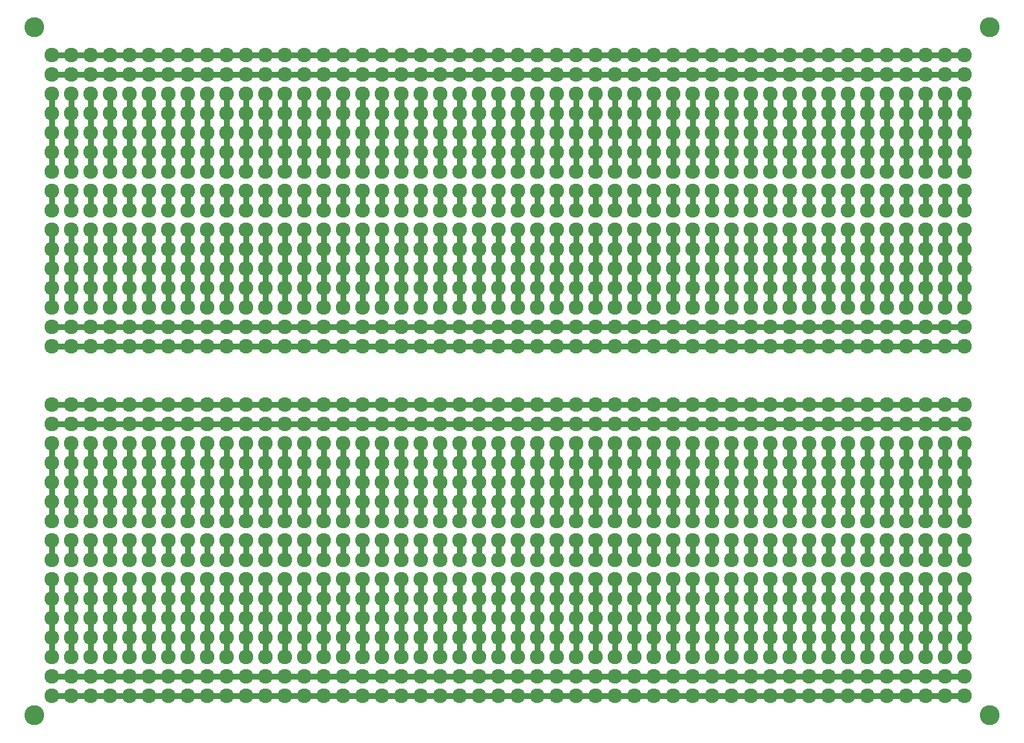
<source format=gbr>
%TF.GenerationSoftware,KiCad,Pcbnew,9.0.1*%
%TF.CreationDate,2025-05-06T23:53:55-04:00*%
%TF.ProjectId,KiCad_Stripboard,4b694361-645f-4537-9472-6970626f6172,rev?*%
%TF.SameCoordinates,Original*%
%TF.FileFunction,Soldermask,Top*%
%TF.FilePolarity,Negative*%
%FSLAX46Y46*%
G04 Gerber Fmt 4.6, Leading zero omitted, Abs format (unit mm)*
G04 Created by KiCad (PCBNEW 9.0.1) date 2025-05-06 23:53:55*
%MOMM*%
%LPD*%
G01*
G04 APERTURE LIST*
%ADD10C,2.600000*%
%ADD11C,1.924000*%
%ADD12C,0.750000*%
G04 APERTURE END LIST*
D10*
%TO.C,REF\u002A\u002A*%
X201000000Y-139870000D03*
%TD*%
%TO.C,REF\u002A\u002A*%
X201000000Y-49870000D03*
%TD*%
%TO.C,REF\u002A\u002A*%
X76000000Y-139870000D03*
%TD*%
%TO.C,REF\u002A\u002A*%
X76000000Y-49870000D03*
%TD*%
D11*
X141825000Y-86470000D03*
X88485000Y-134730000D03*
X185005000Y-89010000D03*
X174845000Y-63610000D03*
X129125000Y-53450000D03*
X85945000Y-76310000D03*
X98645000Y-53450000D03*
X96105000Y-109330000D03*
X98645000Y-78850000D03*
X124045000Y-129650000D03*
X91025000Y-91550000D03*
X126585000Y-61070000D03*
X85945000Y-109330000D03*
X98645000Y-137270000D03*
X182465000Y-106790000D03*
X192625000Y-76310000D03*
X179925000Y-104250000D03*
X159605000Y-114410000D03*
X124045000Y-116950000D03*
X96105000Y-119490000D03*
X149445000Y-58530000D03*
X139285000Y-104250000D03*
X136745000Y-104250000D03*
X162145000Y-116950000D03*
X174845000Y-78850000D03*
X162145000Y-99170000D03*
X78325000Y-104250000D03*
X131665000Y-119490000D03*
X80865000Y-114410000D03*
X157065000Y-137270000D03*
X91025000Y-61070000D03*
X85945000Y-114410000D03*
X93565000Y-106790000D03*
X108805000Y-127110000D03*
X190085000Y-81390000D03*
X118965000Y-81390000D03*
X159605000Y-81390000D03*
X83405000Y-116950000D03*
X96105000Y-81390000D03*
X185005000Y-109330000D03*
X131665000Y-63610000D03*
X190085000Y-91550000D03*
X101185000Y-119490000D03*
X85945000Y-116950000D03*
X98645000Y-68690000D03*
X101185000Y-116950000D03*
X85945000Y-129650000D03*
X157065000Y-114410000D03*
X108805000Y-89010000D03*
X167225000Y-76310000D03*
X154525000Y-66150000D03*
X177385000Y-78850000D03*
X182465000Y-137270000D03*
X174845000Y-99170000D03*
X96105000Y-63610000D03*
X197705000Y-71230000D03*
X192625000Y-68690000D03*
X101185000Y-55990000D03*
X98645000Y-83930000D03*
X185005000Y-124570000D03*
X179925000Y-76310000D03*
X103725000Y-104250000D03*
X131665000Y-104250000D03*
X187545000Y-122030000D03*
X113885000Y-116950000D03*
X80865000Y-111870000D03*
X157065000Y-89010000D03*
X144365000Y-73770000D03*
X182465000Y-78850000D03*
X129125000Y-129650000D03*
X111345000Y-55990000D03*
X174845000Y-73770000D03*
X124045000Y-124570000D03*
X78325000Y-58530000D03*
X195165000Y-109330000D03*
X162145000Y-71230000D03*
X98645000Y-122030000D03*
X177385000Y-91550000D03*
X129125000Y-137270000D03*
X88485000Y-137270000D03*
X101185000Y-91550000D03*
X121505000Y-63610000D03*
X93565000Y-109330000D03*
X88485000Y-104250000D03*
X164685000Y-129650000D03*
X96105000Y-58530000D03*
X88485000Y-101710000D03*
X101185000Y-61070000D03*
X106265000Y-91550000D03*
X121505000Y-124570000D03*
X93565000Y-68690000D03*
X139285000Y-61070000D03*
X108805000Y-104250000D03*
X116425000Y-76310000D03*
X197705000Y-58530000D03*
X124045000Y-134730000D03*
X151985000Y-132190000D03*
X154525000Y-106790000D03*
X154525000Y-132190000D03*
X136745000Y-73770000D03*
X126585000Y-127110000D03*
X179925000Y-129650000D03*
X167225000Y-63610000D03*
X190085000Y-63610000D03*
X144365000Y-58530000D03*
X151985000Y-109330000D03*
X118965000Y-134730000D03*
X172305000Y-53450000D03*
X80865000Y-134730000D03*
X91025000Y-116950000D03*
X78325000Y-116950000D03*
X192625000Y-83930000D03*
X167225000Y-53450000D03*
X113885000Y-76310000D03*
X134205000Y-137270000D03*
X88485000Y-129650000D03*
X179925000Y-73770000D03*
X146905000Y-111870000D03*
X157065000Y-104250000D03*
X192625000Y-66150000D03*
X129125000Y-132190000D03*
X149445000Y-81390000D03*
X157065000Y-116950000D03*
X151985000Y-63610000D03*
X197705000Y-86470000D03*
X141825000Y-122030000D03*
X139285000Y-91550000D03*
X141825000Y-109330000D03*
X80865000Y-78850000D03*
X101185000Y-109330000D03*
X154525000Y-91550000D03*
X139285000Y-116950000D03*
X113885000Y-73770000D03*
X139285000Y-109330000D03*
X106265000Y-127110000D03*
X146905000Y-81390000D03*
X154525000Y-134730000D03*
X136745000Y-129650000D03*
X88485000Y-58530000D03*
X80865000Y-101710000D03*
X169765000Y-78850000D03*
X108805000Y-129650000D03*
X179925000Y-116950000D03*
X96105000Y-111870000D03*
X146905000Y-129650000D03*
X146905000Y-134730000D03*
X146905000Y-68690000D03*
X126585000Y-122030000D03*
X144365000Y-111870000D03*
X116425000Y-137270000D03*
X174845000Y-104250000D03*
X144365000Y-83930000D03*
X144365000Y-119490000D03*
X103725000Y-63610000D03*
X195165000Y-132190000D03*
X113885000Y-78850000D03*
X101185000Y-86470000D03*
X162145000Y-134730000D03*
X80865000Y-127110000D03*
X111345000Y-53450000D03*
X85945000Y-66150000D03*
X144365000Y-55990000D03*
X179925000Y-66150000D03*
X167225000Y-101710000D03*
X159605000Y-63610000D03*
X185005000Y-104250000D03*
X157065000Y-66150000D03*
X139285000Y-101710000D03*
X149445000Y-55990000D03*
X162145000Y-127110000D03*
X103725000Y-114410000D03*
X85945000Y-83930000D03*
X134205000Y-129650000D03*
X182465000Y-66150000D03*
X98645000Y-66150000D03*
X131665000Y-83930000D03*
X106265000Y-99170000D03*
X195165000Y-91550000D03*
X177385000Y-76310000D03*
X164685000Y-71230000D03*
X103725000Y-124570000D03*
X144365000Y-137270000D03*
X111345000Y-89010000D03*
X195165000Y-137270000D03*
X185005000Y-127110000D03*
X185005000Y-116950000D03*
X139285000Y-127110000D03*
X187545000Y-104250000D03*
X98645000Y-71230000D03*
X151985000Y-106790000D03*
X159605000Y-89010000D03*
X83405000Y-104250000D03*
X124045000Y-55990000D03*
X167225000Y-109330000D03*
X111345000Y-61070000D03*
X126585000Y-91550000D03*
X116425000Y-73770000D03*
X83405000Y-129650000D03*
X164685000Y-91550000D03*
X126585000Y-129650000D03*
X124045000Y-119490000D03*
X83405000Y-119490000D03*
X195165000Y-66150000D03*
X172305000Y-61070000D03*
X179925000Y-58530000D03*
X101185000Y-106790000D03*
X111345000Y-78850000D03*
X149445000Y-132190000D03*
X190085000Y-111870000D03*
X187545000Y-71230000D03*
X154525000Y-63610000D03*
X159605000Y-76310000D03*
X149445000Y-89010000D03*
X149445000Y-124570000D03*
X174845000Y-71230000D03*
X96105000Y-124570000D03*
X113885000Y-134730000D03*
X103725000Y-109330000D03*
X177385000Y-63610000D03*
X126585000Y-71230000D03*
X78325000Y-81390000D03*
X88485000Y-83930000D03*
X85945000Y-68690000D03*
X187545000Y-53450000D03*
X108805000Y-83930000D03*
X164685000Y-55990000D03*
X108805000Y-137270000D03*
X88485000Y-127110000D03*
X197705000Y-119490000D03*
X118965000Y-66150000D03*
X146905000Y-109330000D03*
X192625000Y-91550000D03*
X91025000Y-78850000D03*
X101185000Y-89010000D03*
X108805000Y-55990000D03*
X149445000Y-106790000D03*
X131665000Y-68690000D03*
X98645000Y-114410000D03*
X141825000Y-99170000D03*
X144365000Y-106790000D03*
X177385000Y-89010000D03*
X157065000Y-53450000D03*
X136745000Y-122030000D03*
X159605000Y-61070000D03*
X195165000Y-89010000D03*
X139285000Y-134730000D03*
X154525000Y-73770000D03*
X179925000Y-137270000D03*
X169765000Y-86470000D03*
X93565000Y-116950000D03*
X121505000Y-91550000D03*
X80865000Y-58530000D03*
X162145000Y-122030000D03*
X134205000Y-73770000D03*
X182465000Y-127110000D03*
X172305000Y-104250000D03*
X192625000Y-78850000D03*
X187545000Y-86470000D03*
X187545000Y-73770000D03*
X164685000Y-73770000D03*
X164685000Y-134730000D03*
X88485000Y-63610000D03*
X174845000Y-134730000D03*
X172305000Y-76310000D03*
X116425000Y-99170000D03*
X106265000Y-119490000D03*
X190085000Y-134730000D03*
X103725000Y-132190000D03*
X126585000Y-101710000D03*
X151985000Y-114410000D03*
X149445000Y-91550000D03*
X157065000Y-132190000D03*
X118965000Y-124570000D03*
X85945000Y-111870000D03*
X93565000Y-134730000D03*
X149445000Y-129650000D03*
X103725000Y-137270000D03*
X159605000Y-86470000D03*
X108805000Y-58530000D03*
X159605000Y-124570000D03*
X169765000Y-68690000D03*
X96105000Y-76310000D03*
X98645000Y-104250000D03*
X190085000Y-101710000D03*
X167225000Y-68690000D03*
X162145000Y-104250000D03*
X118965000Y-116950000D03*
X126585000Y-66150000D03*
X124045000Y-114410000D03*
X167225000Y-61070000D03*
X195165000Y-134730000D03*
X121505000Y-66150000D03*
X131665000Y-99170000D03*
X197705000Y-124570000D03*
X187545000Y-78850000D03*
X174845000Y-61070000D03*
X80865000Y-86470000D03*
X134205000Y-111870000D03*
X164685000Y-61070000D03*
X93565000Y-86470000D03*
X101185000Y-132190000D03*
X111345000Y-124570000D03*
X134205000Y-101710000D03*
X96105000Y-134730000D03*
X187545000Y-119490000D03*
X172305000Y-63610000D03*
X192625000Y-71230000D03*
X144365000Y-104250000D03*
X124045000Y-68690000D03*
X149445000Y-86470000D03*
X83405000Y-63610000D03*
X169765000Y-106790000D03*
X88485000Y-89010000D03*
X101185000Y-73770000D03*
X111345000Y-58530000D03*
X139285000Y-73770000D03*
X167225000Y-91550000D03*
X154525000Y-61070000D03*
X154525000Y-71230000D03*
X172305000Y-106790000D03*
X177385000Y-106790000D03*
X121505000Y-129650000D03*
X169765000Y-58530000D03*
X96105000Y-73770000D03*
X78325000Y-134730000D03*
X134205000Y-127110000D03*
X139285000Y-71230000D03*
X121505000Y-137270000D03*
X185005000Y-68690000D03*
X146905000Y-78850000D03*
X149445000Y-116950000D03*
X118965000Y-68690000D03*
X101185000Y-78850000D03*
X182465000Y-114410000D03*
X157065000Y-127110000D03*
X185005000Y-119490000D03*
X126585000Y-114410000D03*
X146905000Y-73770000D03*
X144365000Y-78850000D03*
X195165000Y-122030000D03*
X116425000Y-134730000D03*
X162145000Y-106790000D03*
X83405000Y-55990000D03*
X96105000Y-66150000D03*
X195165000Y-76310000D03*
X182465000Y-134730000D03*
X174845000Y-109330000D03*
X185005000Y-101710000D03*
X118965000Y-106790000D03*
X131665000Y-55990000D03*
X162145000Y-76310000D03*
X91025000Y-68690000D03*
X187545000Y-63610000D03*
X169765000Y-116950000D03*
X96105000Y-127110000D03*
X164685000Y-109330000D03*
X108805000Y-91550000D03*
X80865000Y-53450000D03*
X187545000Y-132190000D03*
X164685000Y-116950000D03*
X164685000Y-58530000D03*
X182465000Y-55990000D03*
X121505000Y-86470000D03*
X144365000Y-53450000D03*
X190085000Y-66150000D03*
X111345000Y-86470000D03*
X116425000Y-114410000D03*
X131665000Y-122030000D03*
X141825000Y-129650000D03*
X93565000Y-73770000D03*
X111345000Y-109330000D03*
X139285000Y-81390000D03*
X139285000Y-68690000D03*
X111345000Y-68690000D03*
X185005000Y-122030000D03*
X169765000Y-127110000D03*
X185005000Y-76310000D03*
X162145000Y-63610000D03*
X167225000Y-111870000D03*
X118965000Y-129650000D03*
X103725000Y-76310000D03*
X182465000Y-61070000D03*
X154525000Y-104250000D03*
X136745000Y-76310000D03*
X187545000Y-114410000D03*
X174845000Y-101710000D03*
X118965000Y-99170000D03*
X164685000Y-76310000D03*
X162145000Y-101710000D03*
X157065000Y-63610000D03*
X91025000Y-104250000D03*
X197705000Y-114410000D03*
X101185000Y-99170000D03*
X80865000Y-137270000D03*
X103725000Y-91550000D03*
X139285000Y-99170000D03*
X91025000Y-137270000D03*
X111345000Y-99170000D03*
X124045000Y-71230000D03*
X80865000Y-109330000D03*
X80865000Y-116950000D03*
X164685000Y-83930000D03*
X192625000Y-116950000D03*
X124045000Y-81390000D03*
X195165000Y-116950000D03*
X124045000Y-58530000D03*
X103725000Y-101710000D03*
X91025000Y-119490000D03*
X164685000Y-68690000D03*
X169765000Y-134730000D03*
X159605000Y-111870000D03*
X83405000Y-122030000D03*
X144365000Y-132190000D03*
X182465000Y-86470000D03*
X144365000Y-91550000D03*
X113885000Y-109330000D03*
X103725000Y-58530000D03*
X101185000Y-104250000D03*
X159605000Y-106790000D03*
X139285000Y-119490000D03*
X124045000Y-78850000D03*
X151985000Y-134730000D03*
X169765000Y-89010000D03*
X136745000Y-111870000D03*
X116425000Y-55990000D03*
X129125000Y-63610000D03*
X126585000Y-68690000D03*
X101185000Y-129650000D03*
X179925000Y-81390000D03*
X106265000Y-61070000D03*
X164685000Y-78850000D03*
X157065000Y-58530000D03*
X83405000Y-89010000D03*
X169765000Y-71230000D03*
X96105000Y-83930000D03*
X78325000Y-78850000D03*
X116425000Y-78850000D03*
X106265000Y-111870000D03*
X129125000Y-83930000D03*
X121505000Y-119490000D03*
X149445000Y-109330000D03*
X182465000Y-89010000D03*
X141825000Y-134730000D03*
X91025000Y-99170000D03*
X157065000Y-124570000D03*
X131665000Y-134730000D03*
X96105000Y-137270000D03*
X195165000Y-114410000D03*
X162145000Y-68690000D03*
X118965000Y-111870000D03*
X172305000Y-129650000D03*
X172305000Y-119490000D03*
X129125000Y-124570000D03*
X85945000Y-124570000D03*
X187545000Y-99170000D03*
X111345000Y-81390000D03*
X78325000Y-137270000D03*
X141825000Y-137270000D03*
X85945000Y-53450000D03*
X88485000Y-111870000D03*
X126585000Y-78850000D03*
X174845000Y-81390000D03*
X167225000Y-58530000D03*
X80865000Y-81390000D03*
X172305000Y-55990000D03*
X113885000Y-132190000D03*
X83405000Y-114410000D03*
X116425000Y-89010000D03*
X169765000Y-137270000D03*
X164685000Y-132190000D03*
X159605000Y-132190000D03*
X187545000Y-129650000D03*
X121505000Y-132190000D03*
X118965000Y-73770000D03*
X157065000Y-83930000D03*
X78325000Y-53450000D03*
X179925000Y-86470000D03*
X177385000Y-53450000D03*
X146905000Y-99170000D03*
X126585000Y-58530000D03*
X159605000Y-104250000D03*
X134205000Y-89010000D03*
X167225000Y-83930000D03*
X159605000Y-91550000D03*
X195165000Y-104250000D03*
X190085000Y-122030000D03*
X149445000Y-63610000D03*
X190085000Y-114410000D03*
X185005000Y-73770000D03*
X174845000Y-132190000D03*
X157065000Y-106790000D03*
X108805000Y-71230000D03*
X93565000Y-53450000D03*
X101185000Y-101710000D03*
X93565000Y-129650000D03*
X78325000Y-76310000D03*
X151985000Y-66150000D03*
X126585000Y-99170000D03*
X93565000Y-127110000D03*
X197705000Y-78850000D03*
X126585000Y-104250000D03*
X96105000Y-106790000D03*
X187545000Y-127110000D03*
X93565000Y-71230000D03*
X187545000Y-101710000D03*
X179925000Y-53450000D03*
X159605000Y-68690000D03*
X118965000Y-122030000D03*
X101185000Y-58530000D03*
X179925000Y-124570000D03*
X169765000Y-55990000D03*
X146905000Y-124570000D03*
X169765000Y-61070000D03*
X141825000Y-83930000D03*
X78325000Y-73770000D03*
X101185000Y-127110000D03*
X185005000Y-58530000D03*
X151985000Y-68690000D03*
X162145000Y-119490000D03*
X91025000Y-129650000D03*
X126585000Y-89010000D03*
X118965000Y-71230000D03*
X88485000Y-106790000D03*
X177385000Y-132190000D03*
X172305000Y-134730000D03*
X177385000Y-122030000D03*
X93565000Y-55990000D03*
X139285000Y-122030000D03*
X111345000Y-129650000D03*
X91025000Y-89010000D03*
X134205000Y-86470000D03*
X98645000Y-99170000D03*
X85945000Y-63610000D03*
X195165000Y-61070000D03*
X149445000Y-127110000D03*
X149445000Y-114410000D03*
X116425000Y-63610000D03*
X149445000Y-134730000D03*
X101185000Y-137270000D03*
X131665000Y-124570000D03*
X167225000Y-55990000D03*
X190085000Y-129650000D03*
X106265000Y-124570000D03*
X174845000Y-53450000D03*
X126585000Y-106790000D03*
X96105000Y-78850000D03*
X121505000Y-106790000D03*
X157065000Y-71230000D03*
X167225000Y-127110000D03*
X106265000Y-137270000D03*
X172305000Y-101710000D03*
X197705000Y-76310000D03*
X101185000Y-66150000D03*
X80865000Y-119490000D03*
X159605000Y-101710000D03*
X141825000Y-101710000D03*
X121505000Y-101710000D03*
X113885000Y-114410000D03*
X131665000Y-71230000D03*
X144365000Y-122030000D03*
X164685000Y-106790000D03*
X179925000Y-78850000D03*
X141825000Y-104250000D03*
X151985000Y-89010000D03*
X172305000Y-83930000D03*
X195165000Y-63610000D03*
X192625000Y-137270000D03*
X164685000Y-63610000D03*
X149445000Y-83930000D03*
X78325000Y-66150000D03*
X80865000Y-63610000D03*
X172305000Y-78850000D03*
X151985000Y-127110000D03*
X80865000Y-122030000D03*
X169765000Y-66150000D03*
X192625000Y-124570000D03*
X177385000Y-111870000D03*
X85945000Y-55990000D03*
X146905000Y-104250000D03*
X190085000Y-73770000D03*
X182465000Y-119490000D03*
X185005000Y-81390000D03*
X129125000Y-58530000D03*
X113885000Y-119490000D03*
X78325000Y-124570000D03*
X124045000Y-106790000D03*
X154525000Y-55990000D03*
X192625000Y-81390000D03*
X157065000Y-119490000D03*
X179925000Y-119490000D03*
X136745000Y-134730000D03*
X167225000Y-86470000D03*
X91025000Y-106790000D03*
X164685000Y-89010000D03*
X88485000Y-68690000D03*
X118965000Y-86470000D03*
X141825000Y-55990000D03*
X83405000Y-111870000D03*
X144365000Y-89010000D03*
X185005000Y-55990000D03*
X149445000Y-104250000D03*
X164685000Y-104250000D03*
X151985000Y-137270000D03*
X131665000Y-101710000D03*
X177385000Y-83930000D03*
X197705000Y-129650000D03*
X141825000Y-58530000D03*
X141825000Y-127110000D03*
X108805000Y-109330000D03*
X80865000Y-89010000D03*
X136745000Y-63610000D03*
X91025000Y-132190000D03*
X134205000Y-99170000D03*
X103725000Y-116950000D03*
X174845000Y-116950000D03*
X177385000Y-104250000D03*
X139285000Y-76310000D03*
X167225000Y-124570000D03*
X179925000Y-89010000D03*
X98645000Y-129650000D03*
X124045000Y-61070000D03*
X182465000Y-104250000D03*
X144365000Y-134730000D03*
X182465000Y-63610000D03*
X167225000Y-114410000D03*
X174845000Y-111870000D03*
X197705000Y-134730000D03*
X124045000Y-101710000D03*
X129125000Y-89010000D03*
X157065000Y-91550000D03*
X111345000Y-134730000D03*
X98645000Y-86470000D03*
X103725000Y-71230000D03*
X101185000Y-122030000D03*
X139285000Y-124570000D03*
X172305000Y-132190000D03*
X179925000Y-122030000D03*
X113885000Y-106790000D03*
X197705000Y-104250000D03*
X167225000Y-78850000D03*
X108805000Y-86470000D03*
X162145000Y-61070000D03*
X85945000Y-89010000D03*
X159605000Y-134730000D03*
X83405000Y-91550000D03*
X177385000Y-134730000D03*
X113885000Y-137270000D03*
X134205000Y-55990000D03*
X93565000Y-83930000D03*
X151985000Y-104250000D03*
X129125000Y-101710000D03*
X164685000Y-66150000D03*
X182465000Y-81390000D03*
X136745000Y-99170000D03*
X182465000Y-53450000D03*
X80865000Y-132190000D03*
X192625000Y-58530000D03*
X190085000Y-99170000D03*
X134205000Y-122030000D03*
X126585000Y-81390000D03*
X108805000Y-63610000D03*
X154525000Y-89010000D03*
X91025000Y-73770000D03*
X187545000Y-109330000D03*
X172305000Y-89010000D03*
X113885000Y-127110000D03*
X121505000Y-76310000D03*
X144365000Y-68690000D03*
X169765000Y-111870000D03*
X118965000Y-78850000D03*
X88485000Y-99170000D03*
X121505000Y-78850000D03*
X131665000Y-73770000D03*
X103725000Y-127110000D03*
X103725000Y-55990000D03*
X131665000Y-132190000D03*
X101185000Y-124570000D03*
X88485000Y-124570000D03*
X162145000Y-129650000D03*
X134205000Y-61070000D03*
X192625000Y-129650000D03*
X172305000Y-116950000D03*
X136745000Y-78850000D03*
X157065000Y-55990000D03*
X185005000Y-86470000D03*
X197705000Y-73770000D03*
X162145000Y-81390000D03*
X88485000Y-53450000D03*
X141825000Y-78850000D03*
X134205000Y-63610000D03*
X106265000Y-106790000D03*
X116425000Y-124570000D03*
X151985000Y-99170000D03*
X98645000Y-124570000D03*
X116425000Y-122030000D03*
X103725000Y-73770000D03*
X144365000Y-71230000D03*
X182465000Y-83930000D03*
X162145000Y-53450000D03*
X126585000Y-83930000D03*
X139285000Y-137270000D03*
X195165000Y-86470000D03*
X116425000Y-53450000D03*
X146905000Y-122030000D03*
X126585000Y-116950000D03*
X174845000Y-89010000D03*
X91025000Y-124570000D03*
X121505000Y-99170000D03*
X134205000Y-71230000D03*
X141825000Y-76310000D03*
X124045000Y-86470000D03*
X167225000Y-81390000D03*
X106265000Y-68690000D03*
X172305000Y-73770000D03*
X78325000Y-86470000D03*
X85945000Y-58530000D03*
X83405000Y-58530000D03*
X91025000Y-76310000D03*
X192625000Y-73770000D03*
X98645000Y-76310000D03*
X190085000Y-78850000D03*
X106265000Y-71230000D03*
X98645000Y-73770000D03*
X182465000Y-91550000D03*
X78325000Y-127110000D03*
X136745000Y-101710000D03*
X113885000Y-66150000D03*
X139285000Y-106790000D03*
X124045000Y-99170000D03*
X190085000Y-89010000D03*
X88485000Y-116950000D03*
X106265000Y-53450000D03*
X78325000Y-129650000D03*
X151985000Y-81390000D03*
X129125000Y-81390000D03*
X146905000Y-63610000D03*
X149445000Y-71230000D03*
X78325000Y-99170000D03*
X139285000Y-129650000D03*
X169765000Y-119490000D03*
X124045000Y-109330000D03*
X172305000Y-91550000D03*
X192625000Y-132190000D03*
X116425000Y-127110000D03*
X129125000Y-73770000D03*
X116425000Y-71230000D03*
X136745000Y-66150000D03*
X144365000Y-99170000D03*
X141825000Y-91550000D03*
X136745000Y-106790000D03*
X124045000Y-127110000D03*
X151985000Y-55990000D03*
X118965000Y-91550000D03*
X197705000Y-116950000D03*
X106265000Y-55990000D03*
X108805000Y-61070000D03*
X151985000Y-122030000D03*
X80865000Y-71230000D03*
X190085000Y-71230000D03*
X177385000Y-73770000D03*
X197705000Y-99170000D03*
X197705000Y-132190000D03*
X177385000Y-116950000D03*
X129125000Y-55990000D03*
X146905000Y-55990000D03*
X80865000Y-99170000D03*
X167225000Y-104250000D03*
X106265000Y-58530000D03*
X179925000Y-63610000D03*
X116425000Y-116950000D03*
X154525000Y-127110000D03*
X192625000Y-111870000D03*
X126585000Y-134730000D03*
X146905000Y-53450000D03*
X144365000Y-109330000D03*
X167225000Y-73770000D03*
X88485000Y-76310000D03*
X83405000Y-86470000D03*
X103725000Y-89010000D03*
X136745000Y-89010000D03*
X93565000Y-114410000D03*
X162145000Y-114410000D03*
X154525000Y-129650000D03*
X131665000Y-111870000D03*
X190085000Y-127110000D03*
X106265000Y-122030000D03*
X174845000Y-124570000D03*
X103725000Y-119490000D03*
X131665000Y-91550000D03*
X134205000Y-81390000D03*
X118965000Y-101710000D03*
X185005000Y-83930000D03*
X85945000Y-71230000D03*
X78325000Y-122030000D03*
X185005000Y-106790000D03*
X179925000Y-132190000D03*
X159605000Y-137270000D03*
X129125000Y-61070000D03*
X169765000Y-73770000D03*
X136745000Y-109330000D03*
X106265000Y-73770000D03*
X98645000Y-63610000D03*
X141825000Y-132190000D03*
X174845000Y-66150000D03*
X195165000Y-127110000D03*
X83405000Y-83930000D03*
X103725000Y-122030000D03*
X151985000Y-86470000D03*
X154525000Y-53450000D03*
X190085000Y-106790000D03*
X146905000Y-76310000D03*
X167225000Y-134730000D03*
X157065000Y-101710000D03*
X136745000Y-137270000D03*
X187545000Y-137270000D03*
X134205000Y-106790000D03*
X177385000Y-99170000D03*
X172305000Y-86470000D03*
X131665000Y-61070000D03*
X159605000Y-66150000D03*
X136745000Y-71230000D03*
X136745000Y-58530000D03*
X116425000Y-81390000D03*
X116425000Y-91550000D03*
X182465000Y-132190000D03*
X159605000Y-109330000D03*
X177385000Y-127110000D03*
X113885000Y-81390000D03*
X98645000Y-134730000D03*
X146905000Y-61070000D03*
X157065000Y-122030000D03*
X113885000Y-129650000D03*
X93565000Y-104250000D03*
X174845000Y-106790000D03*
X91025000Y-114410000D03*
X83405000Y-124570000D03*
X151985000Y-76310000D03*
X185005000Y-78850000D03*
X169765000Y-76310000D03*
X116425000Y-129650000D03*
X185005000Y-66150000D03*
X108805000Y-68690000D03*
X113885000Y-124570000D03*
X78325000Y-61070000D03*
X154525000Y-116950000D03*
X139285000Y-132190000D03*
X106265000Y-134730000D03*
X96105000Y-89010000D03*
X154525000Y-101710000D03*
X197705000Y-61070000D03*
X187545000Y-134730000D03*
X185005000Y-134730000D03*
X144365000Y-127110000D03*
X192625000Y-134730000D03*
X179925000Y-114410000D03*
X96105000Y-55990000D03*
X131665000Y-129650000D03*
X108805000Y-124570000D03*
X91025000Y-53450000D03*
X141825000Y-53450000D03*
X124045000Y-111870000D03*
X121505000Y-127110000D03*
X131665000Y-86470000D03*
X134205000Y-109330000D03*
X154525000Y-122030000D03*
X106265000Y-101710000D03*
X96105000Y-68690000D03*
X108805000Y-73770000D03*
X179925000Y-99170000D03*
X85945000Y-127110000D03*
X113885000Y-68690000D03*
X146905000Y-91550000D03*
X83405000Y-78850000D03*
X169765000Y-83930000D03*
X116425000Y-86470000D03*
X177385000Y-61070000D03*
X197705000Y-89010000D03*
X185005000Y-129650000D03*
X197705000Y-101710000D03*
X185005000Y-137270000D03*
X121505000Y-116950000D03*
X195165000Y-99170000D03*
X118965000Y-83930000D03*
X116425000Y-61070000D03*
X131665000Y-106790000D03*
X192625000Y-106790000D03*
X93565000Y-124570000D03*
X129125000Y-116950000D03*
X149445000Y-122030000D03*
X96105000Y-114410000D03*
X190085000Y-116950000D03*
X149445000Y-101710000D03*
X149445000Y-68690000D03*
X129125000Y-78850000D03*
X103725000Y-61070000D03*
X88485000Y-132190000D03*
X116425000Y-101710000D03*
X197705000Y-68690000D03*
X118965000Y-76310000D03*
X78325000Y-71230000D03*
X121505000Y-109330000D03*
X159605000Y-83930000D03*
X157065000Y-81390000D03*
X187545000Y-58530000D03*
X116425000Y-68690000D03*
X192625000Y-55990000D03*
X126585000Y-86470000D03*
X174845000Y-55990000D03*
X185005000Y-111870000D03*
X106265000Y-63610000D03*
X136745000Y-119490000D03*
X144365000Y-81390000D03*
X98645000Y-101710000D03*
X179925000Y-61070000D03*
X88485000Y-66150000D03*
X141825000Y-68690000D03*
X93565000Y-122030000D03*
X111345000Y-114410000D03*
X136745000Y-91550000D03*
X116425000Y-109330000D03*
X124045000Y-76310000D03*
X101185000Y-134730000D03*
X187545000Y-68690000D03*
X121505000Y-58530000D03*
X151985000Y-61070000D03*
X151985000Y-73770000D03*
X141825000Y-66150000D03*
X85945000Y-104250000D03*
X126585000Y-124570000D03*
X126585000Y-76310000D03*
X96105000Y-116950000D03*
X131665000Y-127110000D03*
X182465000Y-101710000D03*
X83405000Y-134730000D03*
X98645000Y-61070000D03*
X169765000Y-53450000D03*
X88485000Y-78850000D03*
X192625000Y-101710000D03*
X80865000Y-91550000D03*
X134205000Y-53450000D03*
X98645000Y-109330000D03*
X108805000Y-106790000D03*
X144365000Y-76310000D03*
X187545000Y-111870000D03*
X131665000Y-53450000D03*
X124045000Y-63610000D03*
X106265000Y-76310000D03*
X162145000Y-132190000D03*
X113885000Y-89010000D03*
X190085000Y-83930000D03*
X78325000Y-83930000D03*
X96105000Y-129650000D03*
X174845000Y-86470000D03*
X151985000Y-129650000D03*
X85945000Y-91550000D03*
X91025000Y-111870000D03*
X93565000Y-61070000D03*
X159605000Y-129650000D03*
X179925000Y-109330000D03*
X179925000Y-83930000D03*
X83405000Y-81390000D03*
X195165000Y-111870000D03*
X78325000Y-101710000D03*
X101185000Y-53450000D03*
X106265000Y-132190000D03*
X157065000Y-86470000D03*
X139285000Y-66150000D03*
X197705000Y-122030000D03*
X185005000Y-114410000D03*
X134205000Y-58530000D03*
X118965000Y-89010000D03*
X78325000Y-109330000D03*
X111345000Y-76310000D03*
X182465000Y-129650000D03*
X162145000Y-124570000D03*
X96105000Y-53450000D03*
X169765000Y-109330000D03*
X151985000Y-111870000D03*
X182465000Y-68690000D03*
X185005000Y-91550000D03*
X80865000Y-66150000D03*
X118965000Y-119490000D03*
X134205000Y-66150000D03*
X96105000Y-86470000D03*
X141825000Y-81390000D03*
X118965000Y-53450000D03*
X134205000Y-104250000D03*
X197705000Y-91550000D03*
X93565000Y-99170000D03*
X121505000Y-71230000D03*
X124045000Y-89010000D03*
X190085000Y-76310000D03*
X101185000Y-111870000D03*
X197705000Y-137270000D03*
X78325000Y-63610000D03*
X167225000Y-132190000D03*
X192625000Y-99170000D03*
X106265000Y-89010000D03*
X124045000Y-137270000D03*
X174845000Y-119490000D03*
X164685000Y-86470000D03*
X85945000Y-61070000D03*
X121505000Y-104250000D03*
X141825000Y-124570000D03*
X141825000Y-89010000D03*
X134205000Y-91550000D03*
X139285000Y-89010000D03*
X197705000Y-66150000D03*
X111345000Y-73770000D03*
X93565000Y-132190000D03*
X103725000Y-68690000D03*
X151985000Y-91550000D03*
X108805000Y-119490000D03*
X103725000Y-83930000D03*
X195165000Y-119490000D03*
X101185000Y-63610000D03*
X126585000Y-53450000D03*
X85945000Y-81390000D03*
X192625000Y-122030000D03*
X149445000Y-78850000D03*
X162145000Y-73770000D03*
X101185000Y-68690000D03*
X83405000Y-68690000D03*
X80865000Y-129650000D03*
X78325000Y-55990000D03*
X78325000Y-119490000D03*
X111345000Y-71230000D03*
X131665000Y-66150000D03*
X146905000Y-89010000D03*
X162145000Y-78850000D03*
X121505000Y-134730000D03*
X113885000Y-58530000D03*
X169765000Y-63610000D03*
X129125000Y-114410000D03*
X108805000Y-111870000D03*
X149445000Y-66150000D03*
X187545000Y-116950000D03*
X118965000Y-132190000D03*
X146905000Y-132190000D03*
X113885000Y-53450000D03*
X169765000Y-101710000D03*
X151985000Y-116950000D03*
X190085000Y-86470000D03*
X182465000Y-73770000D03*
X129125000Y-106790000D03*
X195165000Y-53450000D03*
X118965000Y-55990000D03*
X149445000Y-111870000D03*
X179925000Y-68690000D03*
X103725000Y-78850000D03*
X172305000Y-127110000D03*
X164685000Y-137270000D03*
X190085000Y-55990000D03*
X118965000Y-104250000D03*
X129125000Y-111870000D03*
X174845000Y-122030000D03*
X121505000Y-68690000D03*
X192625000Y-89010000D03*
X78325000Y-111870000D03*
X146905000Y-58530000D03*
X162145000Y-109330000D03*
X131665000Y-137270000D03*
X111345000Y-116950000D03*
X167225000Y-122030000D03*
X91025000Y-127110000D03*
X192625000Y-127110000D03*
X164685000Y-111870000D03*
X172305000Y-124570000D03*
X139285000Y-114410000D03*
X113885000Y-104250000D03*
X83405000Y-132190000D03*
X190085000Y-119490000D03*
X83405000Y-73770000D03*
X151985000Y-101710000D03*
X121505000Y-122030000D03*
X129125000Y-134730000D03*
X136745000Y-53450000D03*
X157065000Y-111870000D03*
X149445000Y-99170000D03*
X85945000Y-73770000D03*
X154525000Y-81390000D03*
X136745000Y-61070000D03*
X101185000Y-83930000D03*
X136745000Y-55990000D03*
X146905000Y-116950000D03*
X134205000Y-68690000D03*
X126585000Y-111870000D03*
X187545000Y-91550000D03*
X177385000Y-58530000D03*
X190085000Y-109330000D03*
X91025000Y-122030000D03*
X111345000Y-127110000D03*
X83405000Y-137270000D03*
X182465000Y-58530000D03*
X96105000Y-91550000D03*
X146905000Y-83930000D03*
X174845000Y-83930000D03*
X179925000Y-111870000D03*
X93565000Y-81390000D03*
X157065000Y-68690000D03*
X162145000Y-91550000D03*
X190085000Y-124570000D03*
X167225000Y-119490000D03*
X98645000Y-132190000D03*
X106265000Y-83930000D03*
X162145000Y-89010000D03*
X192625000Y-119490000D03*
X121505000Y-89010000D03*
X159605000Y-78850000D03*
X179925000Y-71230000D03*
X80865000Y-68690000D03*
X111345000Y-106790000D03*
X141825000Y-111870000D03*
X195165000Y-73770000D03*
X195165000Y-55990000D03*
X174845000Y-114410000D03*
X177385000Y-66150000D03*
X124045000Y-73770000D03*
X131665000Y-109330000D03*
X108805000Y-114410000D03*
X157065000Y-129650000D03*
X111345000Y-122030000D03*
X111345000Y-132190000D03*
X113885000Y-101710000D03*
X195165000Y-106790000D03*
X103725000Y-134730000D03*
X111345000Y-101710000D03*
X172305000Y-71230000D03*
X108805000Y-134730000D03*
X179925000Y-101710000D03*
X141825000Y-61070000D03*
X103725000Y-53450000D03*
X121505000Y-73770000D03*
X98645000Y-89010000D03*
X154525000Y-137270000D03*
X78325000Y-68690000D03*
X93565000Y-89010000D03*
X106265000Y-114410000D03*
X190085000Y-104250000D03*
X80865000Y-83930000D03*
X85945000Y-122030000D03*
X108805000Y-116950000D03*
X197705000Y-106790000D03*
X121505000Y-53450000D03*
X139285000Y-86470000D03*
X197705000Y-81390000D03*
X192625000Y-104250000D03*
X131665000Y-76310000D03*
X177385000Y-55990000D03*
X177385000Y-109330000D03*
X172305000Y-114410000D03*
X101185000Y-71230000D03*
X124045000Y-132190000D03*
X187545000Y-89010000D03*
X172305000Y-109330000D03*
X182465000Y-124570000D03*
X144365000Y-63610000D03*
X136745000Y-127110000D03*
X113885000Y-122030000D03*
X197705000Y-53450000D03*
X111345000Y-119490000D03*
X144365000Y-86470000D03*
X164685000Y-114410000D03*
X93565000Y-91550000D03*
X126585000Y-109330000D03*
X167225000Y-89010000D03*
X172305000Y-66150000D03*
X88485000Y-81390000D03*
X129125000Y-71230000D03*
X151985000Y-58530000D03*
X131665000Y-81390000D03*
X118965000Y-58530000D03*
X88485000Y-109330000D03*
X154525000Y-83930000D03*
X187545000Y-61070000D03*
X108805000Y-66150000D03*
X195165000Y-129650000D03*
X106265000Y-86470000D03*
X159605000Y-99170000D03*
X177385000Y-124570000D03*
X162145000Y-58530000D03*
X151985000Y-119490000D03*
X174845000Y-127110000D03*
X93565000Y-119490000D03*
X139285000Y-83930000D03*
X116425000Y-83930000D03*
X98645000Y-111870000D03*
X88485000Y-73770000D03*
X85945000Y-106790000D03*
X190085000Y-53450000D03*
X80865000Y-106790000D03*
X151985000Y-78850000D03*
X106265000Y-66150000D03*
X187545000Y-83930000D03*
X139285000Y-58530000D03*
X129125000Y-68690000D03*
X136745000Y-132190000D03*
X182465000Y-109330000D03*
X157065000Y-76310000D03*
X192625000Y-63610000D03*
X182465000Y-99170000D03*
X124045000Y-91550000D03*
X146905000Y-101710000D03*
X124045000Y-53450000D03*
X141825000Y-73770000D03*
X111345000Y-137270000D03*
X85945000Y-132190000D03*
X151985000Y-83930000D03*
X185005000Y-99170000D03*
X157065000Y-73770000D03*
X80865000Y-76310000D03*
X96105000Y-104250000D03*
X195165000Y-58530000D03*
X154525000Y-124570000D03*
X144365000Y-61070000D03*
X195165000Y-78850000D03*
X93565000Y-66150000D03*
X85945000Y-119490000D03*
X167225000Y-71230000D03*
X129125000Y-99170000D03*
X85945000Y-137270000D03*
X197705000Y-127110000D03*
X101185000Y-81390000D03*
X164685000Y-127110000D03*
X146905000Y-86470000D03*
X159605000Y-119490000D03*
X136745000Y-116950000D03*
X129125000Y-91550000D03*
X116425000Y-111870000D03*
X195165000Y-68690000D03*
X103725000Y-99170000D03*
X85945000Y-86470000D03*
X146905000Y-127110000D03*
X141825000Y-116950000D03*
X169765000Y-122030000D03*
X136745000Y-83930000D03*
X141825000Y-71230000D03*
X167225000Y-106790000D03*
X141825000Y-114410000D03*
X91025000Y-58530000D03*
X108805000Y-132190000D03*
X174845000Y-137270000D03*
X85945000Y-99170000D03*
X113885000Y-111870000D03*
X172305000Y-137270000D03*
X177385000Y-71230000D03*
X106265000Y-78850000D03*
X83405000Y-106790000D03*
X113885000Y-86470000D03*
X146905000Y-119490000D03*
X149445000Y-137270000D03*
X141825000Y-119490000D03*
X154525000Y-119490000D03*
X172305000Y-99170000D03*
X187545000Y-66150000D03*
X83405000Y-53450000D03*
X174845000Y-76310000D03*
X187545000Y-55990000D03*
X85945000Y-101710000D03*
X126585000Y-137270000D03*
X124045000Y-104250000D03*
X195165000Y-71230000D03*
X121505000Y-81390000D03*
X157065000Y-78850000D03*
X185005000Y-132190000D03*
X78325000Y-106790000D03*
X169765000Y-81390000D03*
X185005000Y-71230000D03*
X88485000Y-71230000D03*
X85945000Y-78850000D03*
X118965000Y-114410000D03*
X159605000Y-116950000D03*
X88485000Y-61070000D03*
X111345000Y-63610000D03*
X129125000Y-66150000D03*
X174845000Y-91550000D03*
X103725000Y-111870000D03*
X111345000Y-104250000D03*
X134205000Y-116950000D03*
X177385000Y-129650000D03*
X108805000Y-76310000D03*
X91025000Y-101710000D03*
X131665000Y-114410000D03*
X139285000Y-78850000D03*
X116425000Y-66150000D03*
X96105000Y-71230000D03*
X88485000Y-55990000D03*
X154525000Y-99170000D03*
X187545000Y-76310000D03*
X190085000Y-58530000D03*
X91025000Y-71230000D03*
X131665000Y-78850000D03*
X106265000Y-109330000D03*
X98645000Y-91550000D03*
X159605000Y-58530000D03*
X126585000Y-132190000D03*
X129125000Y-119490000D03*
X91025000Y-134730000D03*
X121505000Y-55990000D03*
X98645000Y-119490000D03*
X93565000Y-137270000D03*
X149445000Y-119490000D03*
X134205000Y-132190000D03*
X157065000Y-61070000D03*
X146905000Y-114410000D03*
X159605000Y-73770000D03*
X177385000Y-68690000D03*
X116425000Y-119490000D03*
X169765000Y-124570000D03*
X169765000Y-104250000D03*
X91025000Y-63610000D03*
X182465000Y-111870000D03*
X88485000Y-114410000D03*
X144365000Y-101710000D03*
X83405000Y-76310000D03*
X197705000Y-55990000D03*
X177385000Y-101710000D03*
X91025000Y-66150000D03*
X162145000Y-137270000D03*
X157065000Y-134730000D03*
X134205000Y-134730000D03*
X88485000Y-122030000D03*
X167225000Y-66150000D03*
X134205000Y-119490000D03*
X91025000Y-83930000D03*
X187545000Y-81390000D03*
X98645000Y-116950000D03*
X134205000Y-83930000D03*
X154525000Y-68690000D03*
X139285000Y-111870000D03*
X108805000Y-99170000D03*
X172305000Y-58530000D03*
X131665000Y-58530000D03*
X192625000Y-61070000D03*
X118965000Y-63610000D03*
X118965000Y-61070000D03*
X98645000Y-55990000D03*
X149445000Y-53450000D03*
X197705000Y-63610000D03*
X139285000Y-63610000D03*
X129125000Y-76310000D03*
X174845000Y-68690000D03*
X80865000Y-55990000D03*
X144365000Y-66150000D03*
X91025000Y-86470000D03*
X192625000Y-53450000D03*
X139285000Y-53450000D03*
X129125000Y-86470000D03*
X177385000Y-137270000D03*
X113885000Y-61070000D03*
X177385000Y-86470000D03*
X154525000Y-86470000D03*
X118965000Y-127110000D03*
X164685000Y-99170000D03*
X167225000Y-137270000D03*
X144365000Y-114410000D03*
X80865000Y-61070000D03*
X93565000Y-101710000D03*
X136745000Y-81390000D03*
X195165000Y-83930000D03*
X164685000Y-101710000D03*
X113885000Y-63610000D03*
X136745000Y-114410000D03*
X108805000Y-122030000D03*
X179925000Y-106790000D03*
X149445000Y-61070000D03*
X118965000Y-109330000D03*
X167225000Y-129650000D03*
X136745000Y-86470000D03*
X136745000Y-68690000D03*
X146905000Y-137270000D03*
X154525000Y-76310000D03*
X83405000Y-101710000D03*
X106265000Y-81390000D03*
X108805000Y-81390000D03*
X121505000Y-83930000D03*
X83405000Y-71230000D03*
X154525000Y-58530000D03*
X172305000Y-81390000D03*
X162145000Y-86470000D03*
X192625000Y-109330000D03*
X162145000Y-83930000D03*
X129125000Y-127110000D03*
X93565000Y-58530000D03*
X172305000Y-122030000D03*
X185005000Y-63610000D03*
X190085000Y-61070000D03*
X116425000Y-104250000D03*
X167225000Y-116950000D03*
X98645000Y-106790000D03*
X118965000Y-137270000D03*
X162145000Y-55990000D03*
X116425000Y-106790000D03*
X103725000Y-66150000D03*
X164685000Y-124570000D03*
X124045000Y-122030000D03*
X192625000Y-86470000D03*
X103725000Y-81390000D03*
X83405000Y-127110000D03*
X134205000Y-76310000D03*
X88485000Y-91550000D03*
X103725000Y-106790000D03*
X177385000Y-114410000D03*
X83405000Y-109330000D03*
X96105000Y-132190000D03*
X98645000Y-58530000D03*
X151985000Y-124570000D03*
X190085000Y-137270000D03*
X182465000Y-71230000D03*
X177385000Y-119490000D03*
X182465000Y-122030000D03*
X159605000Y-122030000D03*
X157065000Y-109330000D03*
X162145000Y-111870000D03*
X131665000Y-89010000D03*
X80865000Y-124570000D03*
X93565000Y-78850000D03*
X121505000Y-111870000D03*
X96105000Y-122030000D03*
X83405000Y-66150000D03*
X164685000Y-81390000D03*
X195165000Y-101710000D03*
X93565000Y-76310000D03*
X85945000Y-134730000D03*
X146905000Y-71230000D03*
X126585000Y-119490000D03*
X116425000Y-58530000D03*
X187545000Y-106790000D03*
X159605000Y-127110000D03*
X96105000Y-101710000D03*
X126585000Y-55990000D03*
X103725000Y-86470000D03*
X78325000Y-89010000D03*
X144365000Y-116950000D03*
X124045000Y-66150000D03*
X174845000Y-58530000D03*
X88485000Y-86470000D03*
X154525000Y-109330000D03*
X172305000Y-68690000D03*
X83405000Y-99170000D03*
X141825000Y-63610000D03*
X136745000Y-124570000D03*
X101185000Y-76310000D03*
X157065000Y-99170000D03*
X159605000Y-55990000D03*
X108805000Y-53450000D03*
X124045000Y-83930000D03*
X108805000Y-101710000D03*
X111345000Y-111870000D03*
X121505000Y-114410000D03*
X146905000Y-106790000D03*
X139285000Y-55990000D03*
X185005000Y-61070000D03*
X154525000Y-78850000D03*
X195165000Y-81390000D03*
X169765000Y-99170000D03*
X151985000Y-71230000D03*
X103725000Y-129650000D03*
X179925000Y-91550000D03*
X169765000Y-114410000D03*
X116425000Y-132190000D03*
X113885000Y-83930000D03*
X78325000Y-114410000D03*
X106265000Y-104250000D03*
X192625000Y-114410000D03*
X159605000Y-53450000D03*
X96105000Y-99170000D03*
X111345000Y-83930000D03*
X106265000Y-129650000D03*
X78325000Y-91550000D03*
X151985000Y-53450000D03*
X91025000Y-55990000D03*
X129125000Y-109330000D03*
X185005000Y-53450000D03*
X154525000Y-114410000D03*
X129125000Y-104250000D03*
X162145000Y-66150000D03*
X91025000Y-109330000D03*
X159605000Y-71230000D03*
X167225000Y-99170000D03*
X88485000Y-119490000D03*
X195165000Y-124570000D03*
X179925000Y-134730000D03*
X98645000Y-127110000D03*
X149445000Y-76310000D03*
X111345000Y-66150000D03*
X187545000Y-124570000D03*
X141825000Y-106790000D03*
X80865000Y-73770000D03*
X98645000Y-81390000D03*
X134205000Y-124570000D03*
X78325000Y-132190000D03*
X164685000Y-119490000D03*
X129125000Y-122030000D03*
X113885000Y-55990000D03*
X182465000Y-116950000D03*
X113885000Y-99170000D03*
X146905000Y-66150000D03*
X154525000Y-111870000D03*
X83405000Y-61070000D03*
X106265000Y-116950000D03*
X144365000Y-124570000D03*
X134205000Y-78850000D03*
X134205000Y-114410000D03*
X179925000Y-55990000D03*
X131665000Y-116950000D03*
X101185000Y-114410000D03*
X149445000Y-73770000D03*
X164685000Y-122030000D03*
X113885000Y-91550000D03*
X174845000Y-129650000D03*
X144365000Y-129650000D03*
X93565000Y-63610000D03*
X126585000Y-63610000D03*
X80865000Y-104250000D03*
X169765000Y-129650000D03*
X111345000Y-91550000D03*
X108805000Y-78850000D03*
X121505000Y-61070000D03*
X113885000Y-71230000D03*
X182465000Y-76310000D03*
X190085000Y-68690000D03*
X126585000Y-73770000D03*
X96105000Y-61070000D03*
X93565000Y-111870000D03*
X190085000Y-132190000D03*
X169765000Y-132190000D03*
X179925000Y-127110000D03*
X91025000Y-81390000D03*
X177385000Y-81390000D03*
X197705000Y-109330000D03*
X197705000Y-111870000D03*
X197705000Y-83930000D03*
X164685000Y-53450000D03*
X172305000Y-111870000D03*
X169765000Y-91550000D03*
D12*
X195160000Y-122030000D02*
X195160000Y-124570000D01*
X195160000Y-124570000D02*
X195160000Y-127110000D01*
X195160000Y-127110000D02*
X195160000Y-129650000D01*
X195160000Y-129650000D02*
X195160000Y-132190000D01*
X192620000Y-122030000D02*
X192620000Y-124570000D01*
X192620000Y-124570000D02*
X192620000Y-127110000D01*
X192620000Y-127110000D02*
X192620000Y-129650000D01*
X192620000Y-129650000D02*
X192620000Y-132190000D01*
X190080000Y-122030000D02*
X190080000Y-124570000D01*
X190080000Y-124570000D02*
X190080000Y-127110000D01*
X190080000Y-127110000D02*
X190080000Y-129650000D01*
X190080000Y-129650000D02*
X190080000Y-132190000D01*
X187540000Y-122030000D02*
X187540000Y-124570000D01*
X187540000Y-124570000D02*
X187540000Y-127110000D01*
X187540000Y-127110000D02*
X187540000Y-129650000D01*
X187540000Y-129650000D02*
X187540000Y-132190000D01*
X185000000Y-122030000D02*
X185000000Y-124570000D01*
X185000000Y-124570000D02*
X185000000Y-127110000D01*
X185000000Y-127110000D02*
X185000000Y-129650000D01*
X185000000Y-129650000D02*
X185000000Y-132190000D01*
X182460000Y-129650000D02*
X182460000Y-132190000D01*
X179920000Y-129650000D02*
X179920000Y-132190000D01*
X182460000Y-127110000D02*
X182460000Y-129650000D01*
X179920000Y-127110000D02*
X179920000Y-129650000D01*
X182460000Y-122030000D02*
X182460000Y-124570000D01*
X182460000Y-124570000D02*
X182460000Y-127110000D01*
X179920000Y-124570000D02*
X179920000Y-127110000D01*
X179920000Y-122030000D02*
X179920000Y-124570000D01*
X177380000Y-124570000D02*
X177380000Y-127110000D01*
X174840000Y-124570000D02*
X174840000Y-127110000D01*
X177380000Y-122030000D02*
X177380000Y-124570000D01*
X169760000Y-124570000D02*
X169760000Y-127110000D01*
X174840000Y-122030000D02*
X174840000Y-124570000D01*
X172300000Y-124570000D02*
X172300000Y-127110000D01*
X172300000Y-122030000D02*
X172300000Y-124570000D01*
X169760000Y-122030000D02*
X169760000Y-124570000D01*
X177380000Y-129650000D02*
X177380000Y-132190000D01*
X172300000Y-129650000D02*
X172300000Y-132190000D01*
X177380000Y-127110000D02*
X177380000Y-129650000D01*
X174840000Y-129650000D02*
X174840000Y-132190000D01*
X174840000Y-127110000D02*
X174840000Y-129650000D01*
X169760000Y-129650000D02*
X169760000Y-132190000D01*
X172300000Y-127110000D02*
X172300000Y-129650000D01*
X169760000Y-127110000D02*
X169760000Y-129650000D01*
X164680000Y-127110000D02*
X164680000Y-129650000D01*
X164680000Y-129650000D02*
X164680000Y-132190000D01*
X167220000Y-129650000D02*
X167220000Y-132190000D01*
X167220000Y-127110000D02*
X167220000Y-129650000D01*
X164680000Y-122030000D02*
X164680000Y-124570000D01*
X164680000Y-124570000D02*
X164680000Y-127110000D01*
X167220000Y-124570000D02*
X167220000Y-127110000D01*
X167220000Y-122030000D02*
X167220000Y-124570000D01*
X159600000Y-122030000D02*
X159600000Y-124570000D01*
X162140000Y-122030000D02*
X162140000Y-124570000D01*
X162140000Y-124570000D02*
X162140000Y-127110000D01*
X159600000Y-124570000D02*
X159600000Y-127110000D01*
X159600000Y-127110000D02*
X159600000Y-129650000D01*
X159600000Y-129650000D02*
X159600000Y-132190000D01*
X162140000Y-129650000D02*
X162140000Y-132190000D01*
X162140000Y-127110000D02*
X162140000Y-129650000D01*
X144360000Y-129650000D02*
X144360000Y-132190000D01*
X139280000Y-127110000D02*
X139280000Y-129650000D01*
X139280000Y-129650000D02*
X139280000Y-132190000D01*
X141820000Y-129650000D02*
X141820000Y-132190000D01*
X146900000Y-127110000D02*
X146900000Y-129650000D01*
X146900000Y-129650000D02*
X146900000Y-132190000D01*
X141820000Y-127110000D02*
X141820000Y-129650000D01*
X144360000Y-127110000D02*
X144360000Y-129650000D01*
X151980000Y-129650000D02*
X151980000Y-132190000D01*
X154520000Y-129650000D02*
X154520000Y-132190000D01*
X149440000Y-127110000D02*
X149440000Y-129650000D01*
X154520000Y-127110000D02*
X154520000Y-129650000D01*
X151980000Y-127110000D02*
X151980000Y-129650000D01*
X157060000Y-127110000D02*
X157060000Y-129650000D01*
X157060000Y-129650000D02*
X157060000Y-132190000D01*
X149440000Y-129650000D02*
X149440000Y-132190000D01*
X146900000Y-122030000D02*
X146900000Y-124570000D01*
X151980000Y-124570000D02*
X151980000Y-127110000D01*
X149440000Y-122030000D02*
X149440000Y-124570000D01*
X151980000Y-122030000D02*
X151980000Y-124570000D01*
X146900000Y-124570000D02*
X146900000Y-127110000D01*
X149440000Y-124570000D02*
X149440000Y-127110000D01*
X141820000Y-124570000D02*
X141820000Y-127110000D01*
X139280000Y-122030000D02*
X139280000Y-124570000D01*
X141820000Y-122030000D02*
X141820000Y-124570000D01*
X144360000Y-124570000D02*
X144360000Y-127110000D01*
X139280000Y-124570000D02*
X139280000Y-127110000D01*
X144360000Y-122030000D02*
X144360000Y-124570000D01*
X154520000Y-124570000D02*
X154520000Y-127110000D01*
X154520000Y-122030000D02*
X154520000Y-124570000D01*
X157060000Y-122030000D02*
X157060000Y-124570000D01*
X157060000Y-124570000D02*
X157060000Y-127110000D01*
X136740000Y-127110000D02*
X136740000Y-129650000D01*
X134200000Y-127110000D02*
X134200000Y-129650000D01*
X136740000Y-129650000D02*
X136740000Y-132190000D01*
X134200000Y-129650000D02*
X134200000Y-132190000D01*
X136740000Y-122030000D02*
X136740000Y-124570000D01*
X134200000Y-122030000D02*
X134200000Y-124570000D01*
X134200000Y-124570000D02*
X134200000Y-127110000D01*
X136740000Y-124570000D02*
X136740000Y-127110000D01*
X129120000Y-124570000D02*
X129120000Y-127110000D01*
X131660000Y-122030000D02*
X131660000Y-124570000D01*
X131660000Y-124570000D02*
X131660000Y-127110000D01*
X129120000Y-122030000D02*
X129120000Y-124570000D01*
X131660000Y-127110000D02*
X131660000Y-129650000D01*
X129120000Y-129650000D02*
X129120000Y-132190000D01*
X129120000Y-127110000D02*
X129120000Y-129650000D01*
X131660000Y-129650000D02*
X131660000Y-132190000D01*
X126580000Y-129650000D02*
X126580000Y-132190000D01*
X124040000Y-129650000D02*
X124040000Y-132190000D01*
X124040000Y-127110000D02*
X124040000Y-129650000D01*
X126580000Y-127110000D02*
X126580000Y-129650000D01*
X118960000Y-124570000D02*
X118960000Y-127110000D01*
X118960000Y-122030000D02*
X118960000Y-124570000D01*
X121500000Y-122030000D02*
X121500000Y-124570000D01*
X121500000Y-124570000D02*
X121500000Y-127110000D01*
X126580000Y-122030000D02*
X126580000Y-124570000D01*
X126580000Y-124570000D02*
X126580000Y-127110000D01*
X124040000Y-122030000D02*
X124040000Y-124570000D01*
X124040000Y-124570000D02*
X124040000Y-127110000D01*
X118960000Y-129650000D02*
X118960000Y-132190000D01*
X118960000Y-127110000D02*
X118960000Y-129650000D01*
X121500000Y-129650000D02*
X121500000Y-132190000D01*
X121500000Y-127110000D02*
X121500000Y-129650000D01*
X108800000Y-124570000D02*
X108800000Y-127110000D01*
X111340000Y-124570000D02*
X111340000Y-127110000D01*
X108800000Y-122030000D02*
X108800000Y-124570000D01*
X106260000Y-124570000D02*
X106260000Y-127110000D01*
X106260000Y-122030000D02*
X106260000Y-124570000D01*
X111340000Y-122030000D02*
X111340000Y-124570000D01*
X113880000Y-124570000D02*
X113880000Y-127110000D01*
X116420000Y-124570000D02*
X116420000Y-127110000D01*
X113880000Y-122030000D02*
X113880000Y-124570000D01*
X116420000Y-122030000D02*
X116420000Y-124570000D01*
X116420000Y-127110000D02*
X116420000Y-129650000D01*
X113880000Y-129650000D02*
X113880000Y-132190000D01*
X116420000Y-129650000D02*
X116420000Y-132190000D01*
X111340000Y-129650000D02*
X111340000Y-132190000D01*
X113880000Y-127110000D02*
X113880000Y-129650000D01*
X111340000Y-127110000D02*
X111340000Y-129650000D01*
X106260000Y-127110000D02*
X106260000Y-129650000D01*
X108800000Y-127110000D02*
X108800000Y-129650000D01*
X108800000Y-129650000D02*
X108800000Y-132190000D01*
X106260000Y-129650000D02*
X106260000Y-132190000D01*
X88480000Y-127110000D02*
X88480000Y-129650000D01*
X85940000Y-127110000D02*
X85940000Y-129650000D01*
X91020000Y-127110000D02*
X91020000Y-129650000D01*
X83400000Y-129650000D02*
X83400000Y-132190000D01*
X91020000Y-129650000D02*
X91020000Y-132190000D01*
X88480000Y-129650000D02*
X88480000Y-132190000D01*
X83400000Y-127110000D02*
X83400000Y-129650000D01*
X85940000Y-129650000D02*
X85940000Y-132190000D01*
X93560000Y-124570000D02*
X93560000Y-127110000D01*
X96100000Y-122030000D02*
X96100000Y-124570000D01*
X96100000Y-124570000D02*
X96100000Y-127110000D01*
X93560000Y-122030000D02*
X93560000Y-124570000D01*
X85940000Y-124570000D02*
X85940000Y-127110000D01*
X91020000Y-124570000D02*
X91020000Y-127110000D01*
X91020000Y-122030000D02*
X91020000Y-124570000D01*
X88480000Y-124570000D02*
X88480000Y-127110000D01*
X88480000Y-122030000D02*
X88480000Y-124570000D01*
X85940000Y-122030000D02*
X85940000Y-124570000D01*
X93560000Y-129650000D02*
X93560000Y-132190000D01*
X96100000Y-129650000D02*
X96100000Y-132190000D01*
X93560000Y-127110000D02*
X93560000Y-129650000D01*
X103720000Y-129650000D02*
X103720000Y-132190000D01*
X101180000Y-129650000D02*
X101180000Y-132190000D01*
X96100000Y-127110000D02*
X96100000Y-129650000D01*
X98640000Y-129650000D02*
X98640000Y-132190000D01*
X101180000Y-124570000D02*
X101180000Y-127110000D01*
X103720000Y-124570000D02*
X103720000Y-127110000D01*
X98640000Y-122030000D02*
X98640000Y-124570000D01*
X101180000Y-122030000D02*
X101180000Y-124570000D01*
X103720000Y-122030000D02*
X103720000Y-124570000D01*
X83400000Y-124570000D02*
X83400000Y-127110000D01*
X78320000Y-122030000D02*
X78320000Y-124570000D01*
X80860000Y-122030000D02*
X80860000Y-124570000D01*
X80860000Y-124570000D02*
X80860000Y-127110000D01*
X83400000Y-122030000D02*
X83400000Y-124570000D01*
X78320000Y-124570000D02*
X78320000Y-127110000D01*
X78320000Y-127110000D02*
X78320000Y-129650000D01*
X80860000Y-129650000D02*
X80860000Y-132190000D01*
X80860000Y-127110000D02*
X80860000Y-129650000D01*
X78320000Y-129650000D02*
X78320000Y-132190000D01*
X98640000Y-127110000D02*
X98640000Y-129650000D01*
X101180000Y-127110000D02*
X101180000Y-129650000D01*
X98640000Y-124570000D02*
X98640000Y-127110000D01*
X103720000Y-127110000D02*
X103720000Y-129650000D01*
X195160000Y-116950000D02*
X195160000Y-119490000D01*
X192620000Y-116950000D02*
X192620000Y-119490000D01*
X190080000Y-116950000D02*
X190080000Y-119490000D01*
X187540000Y-116950000D02*
X187540000Y-119490000D01*
X185000000Y-116950000D02*
X185000000Y-119490000D01*
X177380000Y-116950000D02*
X177380000Y-119490000D01*
X172300000Y-116950000D02*
X172300000Y-119490000D01*
X169760000Y-116950000D02*
X169760000Y-119490000D01*
X182460000Y-116950000D02*
X182460000Y-119490000D01*
X179920000Y-116950000D02*
X179920000Y-119490000D01*
X174840000Y-116950000D02*
X174840000Y-119490000D01*
X164680000Y-116950000D02*
X164680000Y-119490000D01*
X159600000Y-116950000D02*
X159600000Y-119490000D01*
X167220000Y-116950000D02*
X167220000Y-119490000D01*
X162140000Y-116950000D02*
X162140000Y-119490000D01*
X157060000Y-116950000D02*
X157060000Y-119490000D01*
X154520000Y-116950000D02*
X154520000Y-119490000D01*
X141820000Y-116950000D02*
X141820000Y-119490000D01*
X149440000Y-116950000D02*
X149440000Y-119490000D01*
X139280000Y-116950000D02*
X139280000Y-119490000D01*
X151980000Y-116950000D02*
X151980000Y-119490000D01*
X144360000Y-116950000D02*
X144360000Y-119490000D01*
X146900000Y-116950000D02*
X146900000Y-119490000D01*
X131660000Y-116950000D02*
X131660000Y-119490000D01*
X129120000Y-116950000D02*
X129120000Y-119490000D01*
X136740000Y-116950000D02*
X136740000Y-119490000D01*
X134200000Y-116950000D02*
X134200000Y-119490000D01*
X113880000Y-116950000D02*
X113880000Y-119490000D01*
X116420000Y-116950000D02*
X116420000Y-119490000D01*
X108800000Y-116950000D02*
X108800000Y-119490000D01*
X111340000Y-116950000D02*
X111340000Y-119490000D01*
X124040000Y-116950000D02*
X124040000Y-119490000D01*
X121500000Y-116950000D02*
X121500000Y-119490000D01*
X126580000Y-116950000D02*
X126580000Y-119490000D01*
X118960000Y-116950000D02*
X118960000Y-119490000D01*
X106260000Y-116950000D02*
X106260000Y-119490000D01*
X98640000Y-116950000D02*
X98640000Y-119490000D01*
X96100000Y-116950000D02*
X96100000Y-119490000D01*
X103720000Y-116950000D02*
X103720000Y-119490000D01*
X93560000Y-116950000D02*
X93560000Y-119490000D01*
X101180000Y-116950000D02*
X101180000Y-119490000D01*
X91020000Y-116950000D02*
X91020000Y-119490000D01*
X88480000Y-116950000D02*
X88480000Y-119490000D01*
X85940000Y-116950000D02*
X85940000Y-119490000D01*
X83400000Y-116950000D02*
X83400000Y-119490000D01*
X78320000Y-116950000D02*
X78320000Y-119490000D01*
X80860000Y-116950000D02*
X80860000Y-119490000D01*
X195160000Y-111870000D02*
X195160000Y-114410000D01*
X195160000Y-109330000D02*
X195160000Y-111870000D01*
X197700000Y-109330000D02*
X197700000Y-111870000D01*
X197700000Y-111870000D02*
X197700000Y-114410000D01*
X197700000Y-106790000D02*
X197700000Y-109330000D01*
X195160000Y-106790000D02*
X195160000Y-109330000D01*
X195160000Y-104250000D02*
X195160000Y-106790000D01*
X197700000Y-104250000D02*
X197700000Y-106790000D01*
X190080000Y-104250000D02*
X190080000Y-106790000D01*
X190080000Y-106790000D02*
X190080000Y-109330000D01*
X192620000Y-104250000D02*
X192620000Y-106790000D01*
X192620000Y-106790000D02*
X192620000Y-109330000D01*
X192620000Y-111870000D02*
X192620000Y-114410000D01*
X190080000Y-111870000D02*
X190080000Y-114410000D01*
X192620000Y-109330000D02*
X192620000Y-111870000D01*
X190080000Y-109330000D02*
X190080000Y-111870000D01*
X187540000Y-109330000D02*
X187540000Y-111870000D01*
X185000000Y-111870000D02*
X185000000Y-114410000D01*
X187540000Y-111870000D02*
X187540000Y-114410000D01*
X185000000Y-109330000D02*
X185000000Y-111870000D01*
X182460000Y-106790000D02*
X182460000Y-109330000D01*
X182460000Y-104250000D02*
X182460000Y-106790000D01*
X179920000Y-106790000D02*
X179920000Y-109330000D01*
X179920000Y-104250000D02*
X179920000Y-106790000D01*
X185000000Y-106790000D02*
X185000000Y-109330000D01*
X187540000Y-106790000D02*
X187540000Y-109330000D01*
X185000000Y-104250000D02*
X185000000Y-106790000D01*
X187540000Y-104250000D02*
X187540000Y-106790000D01*
X182460000Y-109330000D02*
X182460000Y-111870000D01*
X179920000Y-111870000D02*
X179920000Y-114410000D01*
X179920000Y-109330000D02*
X179920000Y-111870000D01*
X182460000Y-111870000D02*
X182460000Y-114410000D01*
X177380000Y-111870000D02*
X177380000Y-114410000D01*
X174840000Y-111870000D02*
X174840000Y-114410000D01*
X174840000Y-104250000D02*
X174840000Y-106790000D01*
X177380000Y-106790000D02*
X177380000Y-109330000D01*
X177380000Y-109330000D02*
X177380000Y-111870000D01*
X174840000Y-106790000D02*
X174840000Y-109330000D01*
X174840000Y-109330000D02*
X174840000Y-111870000D01*
X177380000Y-104250000D02*
X177380000Y-106790000D01*
X154520000Y-104250000D02*
X154520000Y-106790000D01*
X154520000Y-106790000D02*
X154520000Y-109330000D01*
X157060000Y-104250000D02*
X157060000Y-106790000D01*
X157060000Y-106790000D02*
X157060000Y-109330000D01*
X159600000Y-106790000D02*
X159600000Y-109330000D01*
X157060000Y-109330000D02*
X157060000Y-111870000D01*
X159600000Y-111870000D02*
X159600000Y-114410000D01*
X154520000Y-109330000D02*
X154520000Y-111870000D01*
X159600000Y-109330000D02*
X159600000Y-111870000D01*
X154520000Y-111870000D02*
X154520000Y-114410000D01*
X157060000Y-111870000D02*
X157060000Y-114410000D01*
X162140000Y-111870000D02*
X162140000Y-114410000D01*
X167220000Y-109330000D02*
X167220000Y-111870000D01*
X169760000Y-109330000D02*
X169760000Y-111870000D01*
X167220000Y-111870000D02*
X167220000Y-114410000D01*
X172300000Y-109330000D02*
X172300000Y-111870000D01*
X169760000Y-111870000D02*
X169760000Y-114410000D01*
X172300000Y-111870000D02*
X172300000Y-114410000D01*
X164680000Y-111870000D02*
X164680000Y-114410000D01*
X164680000Y-106790000D02*
X164680000Y-109330000D01*
X162140000Y-106790000D02*
X162140000Y-109330000D01*
X162140000Y-109330000D02*
X162140000Y-111870000D01*
X164680000Y-109330000D02*
X164680000Y-111870000D01*
X167220000Y-106790000D02*
X167220000Y-109330000D01*
X172300000Y-106790000D02*
X172300000Y-109330000D01*
X169760000Y-106790000D02*
X169760000Y-109330000D01*
X169760000Y-104250000D02*
X169760000Y-106790000D01*
X172300000Y-104250000D02*
X172300000Y-106790000D01*
X159600000Y-104250000D02*
X159600000Y-106790000D01*
X162140000Y-104250000D02*
X162140000Y-106790000D01*
X167220000Y-104250000D02*
X167220000Y-106790000D01*
X164680000Y-104250000D02*
X164680000Y-106790000D01*
X111340000Y-106790000D02*
X111340000Y-109330000D01*
X108800000Y-104250000D02*
X108800000Y-106790000D01*
X111340000Y-104250000D02*
X111340000Y-106790000D01*
X106260000Y-104250000D02*
X106260000Y-106790000D01*
X103720000Y-104250000D02*
X103720000Y-106790000D01*
X103720000Y-111870000D02*
X103720000Y-114410000D01*
X98640000Y-111870000D02*
X98640000Y-114410000D01*
X96100000Y-109330000D02*
X96100000Y-111870000D01*
X98640000Y-109330000D02*
X98640000Y-111870000D01*
X101180000Y-109330000D02*
X101180000Y-111870000D01*
X96100000Y-111870000D02*
X96100000Y-114410000D01*
X101180000Y-111870000D02*
X101180000Y-114410000D01*
X106260000Y-106790000D02*
X106260000Y-109330000D01*
X103720000Y-109330000D02*
X103720000Y-111870000D01*
X103720000Y-106790000D02*
X103720000Y-109330000D01*
X108800000Y-106790000D02*
X108800000Y-109330000D01*
X106260000Y-109330000D02*
X106260000Y-111870000D01*
X108800000Y-109330000D02*
X108800000Y-111870000D01*
X101180000Y-104250000D02*
X101180000Y-106790000D01*
X98640000Y-106790000D02*
X98640000Y-109330000D01*
X96100000Y-106790000D02*
X96100000Y-109330000D01*
X98640000Y-104250000D02*
X98640000Y-106790000D01*
X101180000Y-106790000D02*
X101180000Y-109330000D01*
X111340000Y-109330000D02*
X111340000Y-111870000D01*
X111340000Y-111870000D02*
X111340000Y-114410000D01*
X106260000Y-111870000D02*
X106260000Y-114410000D01*
X108800000Y-111870000D02*
X108800000Y-114410000D01*
X96100000Y-104250000D02*
X96100000Y-106790000D01*
X141820000Y-111870000D02*
X141820000Y-114410000D01*
X141820000Y-109330000D02*
X141820000Y-111870000D01*
X139280000Y-109330000D02*
X139280000Y-111870000D01*
X139280000Y-111870000D02*
X139280000Y-114410000D01*
X136740000Y-111870000D02*
X136740000Y-114410000D01*
X134200000Y-111870000D02*
X134200000Y-114410000D01*
X144360000Y-104250000D02*
X144360000Y-106790000D01*
X139280000Y-106790000D02*
X139280000Y-109330000D01*
X144360000Y-106790000D02*
X144360000Y-109330000D01*
X139280000Y-104250000D02*
X139280000Y-106790000D01*
X141820000Y-106790000D02*
X141820000Y-109330000D01*
X134200000Y-109330000D02*
X134200000Y-111870000D01*
X136740000Y-104250000D02*
X136740000Y-106790000D01*
X136740000Y-106790000D02*
X136740000Y-109330000D01*
X136740000Y-109330000D02*
X136740000Y-111870000D01*
X134200000Y-104250000D02*
X134200000Y-106790000D01*
X134200000Y-106790000D02*
X134200000Y-109330000D01*
X141820000Y-104250000D02*
X141820000Y-106790000D01*
X116420000Y-104250000D02*
X116420000Y-106790000D01*
X113880000Y-106790000D02*
X113880000Y-109330000D01*
X113880000Y-104250000D02*
X113880000Y-106790000D01*
X118960000Y-104250000D02*
X118960000Y-106790000D01*
X116420000Y-106790000D02*
X116420000Y-109330000D01*
X116420000Y-109330000D02*
X116420000Y-111870000D01*
X118960000Y-111870000D02*
X118960000Y-114410000D01*
X113880000Y-109330000D02*
X113880000Y-111870000D01*
X113880000Y-111870000D02*
X113880000Y-114410000D01*
X116420000Y-111870000D02*
X116420000Y-114410000D01*
X131660000Y-106790000D02*
X131660000Y-109330000D01*
X129120000Y-104250000D02*
X129120000Y-106790000D01*
X131660000Y-104250000D02*
X131660000Y-106790000D01*
X126580000Y-106790000D02*
X126580000Y-109330000D01*
X129120000Y-106790000D02*
X129120000Y-109330000D01*
X131660000Y-109330000D02*
X131660000Y-111870000D01*
X124040000Y-109330000D02*
X124040000Y-111870000D01*
X129120000Y-109330000D02*
X129120000Y-111870000D01*
X124040000Y-111870000D02*
X124040000Y-114410000D01*
X131660000Y-111870000D02*
X131660000Y-114410000D01*
X126580000Y-111870000D02*
X126580000Y-114410000D01*
X126580000Y-109330000D02*
X126580000Y-111870000D01*
X129120000Y-111870000D02*
X129120000Y-114410000D01*
X118960000Y-109330000D02*
X118960000Y-111870000D01*
X121500000Y-111870000D02*
X121500000Y-114410000D01*
X121500000Y-109330000D02*
X121500000Y-111870000D01*
X121500000Y-106790000D02*
X121500000Y-109330000D01*
X118960000Y-106790000D02*
X118960000Y-109330000D01*
X124040000Y-106790000D02*
X124040000Y-109330000D01*
X124040000Y-104250000D02*
X124040000Y-106790000D01*
X126580000Y-104250000D02*
X126580000Y-106790000D01*
X121500000Y-104250000D02*
X121500000Y-106790000D01*
X78320000Y-109330000D02*
X78320000Y-111870000D01*
X80860000Y-109330000D02*
X80860000Y-111870000D01*
X83400000Y-109330000D02*
X83400000Y-111870000D01*
X83400000Y-111870000D02*
X83400000Y-114410000D01*
X78320000Y-111870000D02*
X78320000Y-114410000D01*
X85940000Y-111870000D02*
X85940000Y-114410000D01*
X80860000Y-111870000D02*
X80860000Y-114410000D01*
X88480000Y-111870000D02*
X88480000Y-114410000D01*
X93560000Y-106790000D02*
X93560000Y-109330000D01*
X93560000Y-111870000D02*
X93560000Y-114410000D01*
X91020000Y-111870000D02*
X91020000Y-114410000D01*
X93560000Y-109330000D02*
X93560000Y-111870000D01*
X85940000Y-109330000D02*
X85940000Y-111870000D01*
X88480000Y-109330000D02*
X88480000Y-111870000D01*
X91020000Y-106790000D02*
X91020000Y-109330000D01*
X91020000Y-109330000D02*
X91020000Y-111870000D01*
X88480000Y-106790000D02*
X88480000Y-109330000D01*
X85940000Y-106790000D02*
X85940000Y-109330000D01*
X80860000Y-104250000D02*
X80860000Y-106790000D01*
X78320000Y-106790000D02*
X78320000Y-109330000D01*
X78320000Y-104250000D02*
X78320000Y-106790000D01*
X83400000Y-106790000D02*
X83400000Y-109330000D01*
X80860000Y-106790000D02*
X80860000Y-109330000D01*
X93560000Y-104250000D02*
X93560000Y-106790000D01*
X88480000Y-104250000D02*
X88480000Y-106790000D01*
X91020000Y-104250000D02*
X91020000Y-106790000D01*
X85940000Y-104250000D02*
X85940000Y-106790000D01*
X83400000Y-104250000D02*
X83400000Y-106790000D01*
X149440000Y-111870000D02*
X149440000Y-114410000D01*
X149440000Y-109330000D02*
X149440000Y-111870000D01*
X151980000Y-109330000D02*
X151980000Y-111870000D01*
X151980000Y-111870000D02*
X151980000Y-114410000D01*
X149440000Y-106790000D02*
X149440000Y-109330000D01*
X149440000Y-104250000D02*
X149440000Y-106790000D01*
X151980000Y-106790000D02*
X151980000Y-109330000D01*
X146900000Y-106790000D02*
X146900000Y-109330000D01*
X146900000Y-104250000D02*
X146900000Y-106790000D01*
X146900000Y-111870000D02*
X146900000Y-114410000D01*
X144360000Y-109330000D02*
X144360000Y-111870000D01*
X146900000Y-109330000D02*
X146900000Y-111870000D01*
X144360000Y-111870000D02*
X144360000Y-114410000D01*
X151980000Y-104250000D02*
X151980000Y-106790000D01*
X185000000Y-134730000D02*
X182460000Y-134730000D01*
X177380000Y-134730000D02*
X174840000Y-134730000D01*
X177380000Y-134730000D02*
X179920000Y-134730000D01*
X182460000Y-134730000D02*
X179920000Y-134730000D01*
X172300000Y-134730000D02*
X169760000Y-134730000D01*
X164680000Y-134730000D02*
X162140000Y-134730000D01*
X164680000Y-134730000D02*
X167220000Y-134730000D01*
X169760000Y-134730000D02*
X167220000Y-134730000D01*
X159600000Y-134730000D02*
X157060000Y-134730000D01*
X151980000Y-134730000D02*
X149440000Y-134730000D01*
X151980000Y-134730000D02*
X154520000Y-134730000D01*
X157060000Y-134730000D02*
X154520000Y-134730000D01*
X146900000Y-134730000D02*
X144360000Y-134730000D01*
X139280000Y-134730000D02*
X136740000Y-134730000D01*
X139280000Y-134730000D02*
X141820000Y-134730000D01*
X144360000Y-134730000D02*
X141820000Y-134730000D01*
X134200000Y-134730000D02*
X131660000Y-134730000D01*
X126580000Y-134730000D02*
X124040000Y-134730000D01*
X126580000Y-134730000D02*
X129120000Y-134730000D01*
X131660000Y-134730000D02*
X129120000Y-134730000D01*
X121500000Y-134730000D02*
X118960000Y-134730000D01*
X113880000Y-134730000D02*
X111340000Y-134730000D01*
X113880000Y-134730000D02*
X116420000Y-134730000D01*
X118960000Y-134730000D02*
X116420000Y-134730000D01*
X108800000Y-134730000D02*
X106260000Y-134730000D01*
X101180000Y-134730000D02*
X98640000Y-134730000D01*
X101180000Y-134730000D02*
X103720000Y-134730000D01*
X106260000Y-134730000D02*
X103720000Y-134730000D01*
X96100000Y-134730000D02*
X93560000Y-134730000D01*
X88480000Y-134730000D02*
X85940000Y-134730000D01*
X88480000Y-134730000D02*
X91020000Y-134730000D01*
X93560000Y-134730000D02*
X91020000Y-134730000D01*
X195160000Y-137270000D02*
X192620000Y-137270000D01*
X190080000Y-137270000D02*
X187540000Y-137270000D01*
X197700000Y-137270000D02*
X195160000Y-137270000D01*
X190080000Y-137270000D02*
X192620000Y-137270000D01*
X169760000Y-137270000D02*
X167220000Y-137270000D01*
X172300000Y-137270000D02*
X169760000Y-137270000D01*
X174840000Y-137270000D02*
X172300000Y-137270000D01*
X164680000Y-137270000D02*
X167220000Y-137270000D01*
X164680000Y-137270000D02*
X162140000Y-137270000D01*
X146900000Y-137270000D02*
X144360000Y-137270000D01*
X146900000Y-137270000D02*
X149440000Y-137270000D01*
X151980000Y-137270000D02*
X149440000Y-137270000D01*
X151980000Y-137270000D02*
X154520000Y-137270000D01*
X157060000Y-137270000D02*
X154520000Y-137270000D01*
X159600000Y-137270000D02*
X157060000Y-137270000D01*
X162140000Y-137270000D02*
X159600000Y-137270000D01*
X185000000Y-137270000D02*
X182460000Y-137270000D01*
X187540000Y-137270000D02*
X185000000Y-137270000D01*
X177380000Y-137270000D02*
X174840000Y-137270000D01*
X182460000Y-137270000D02*
X179920000Y-137270000D01*
X177380000Y-137270000D02*
X179920000Y-137270000D01*
X131660000Y-137270000D02*
X129120000Y-137270000D01*
X134200000Y-137270000D02*
X131660000Y-137270000D01*
X134200000Y-137270000D02*
X136740000Y-137270000D01*
X126580000Y-137270000D02*
X129120000Y-137270000D01*
X126580000Y-137270000D02*
X124040000Y-137270000D01*
X139280000Y-137270000D02*
X141820000Y-137270000D01*
X144360000Y-137270000D02*
X141820000Y-137270000D01*
X139280000Y-137270000D02*
X136740000Y-137270000D01*
X118960000Y-137270000D02*
X116420000Y-137270000D01*
X121500000Y-137270000D02*
X118960000Y-137270000D01*
X121500000Y-137270000D02*
X124040000Y-137270000D01*
X113880000Y-137270000D02*
X116420000Y-137270000D01*
X113880000Y-137270000D02*
X111340000Y-137270000D01*
X78320000Y-137270000D02*
X80860000Y-137270000D01*
X80860000Y-137270000D02*
X83400000Y-137270000D01*
X108800000Y-137270000D02*
X106260000Y-137270000D01*
X108800000Y-137270000D02*
X111340000Y-137270000D01*
X106260000Y-137270000D02*
X103720000Y-137270000D01*
X101180000Y-137270000D02*
X103720000Y-137270000D01*
X101180000Y-137270000D02*
X98640000Y-137270000D01*
X83400000Y-137270000D02*
X85940000Y-137270000D01*
X96100000Y-137270000D02*
X98640000Y-137270000D01*
X96100000Y-137270000D02*
X93560000Y-137270000D01*
X93560000Y-137270000D02*
X91020000Y-137270000D01*
X88480000Y-137270000D02*
X85940000Y-137270000D01*
X88480000Y-137270000D02*
X91020000Y-137270000D01*
X190080000Y-99170000D02*
X192620000Y-99170000D01*
X190080000Y-101710000D02*
X187540000Y-101710000D01*
X197700000Y-101710000D02*
X195160000Y-101710000D01*
X195160000Y-101710000D02*
X192620000Y-101710000D01*
X195160000Y-99170000D02*
X192620000Y-99170000D01*
X190080000Y-99170000D02*
X187540000Y-99170000D01*
X197700000Y-99170000D02*
X195160000Y-99170000D01*
X190080000Y-101710000D02*
X192620000Y-101710000D01*
X164680000Y-99170000D02*
X162140000Y-99170000D01*
X164680000Y-99170000D02*
X167220000Y-99170000D01*
X164680000Y-101710000D02*
X167220000Y-101710000D01*
X164680000Y-101710000D02*
X162140000Y-101710000D01*
X174840000Y-99170000D02*
X172300000Y-99170000D01*
X172300000Y-101710000D02*
X169760000Y-101710000D01*
X169760000Y-101710000D02*
X167220000Y-101710000D01*
X169760000Y-99170000D02*
X167220000Y-99170000D01*
X172300000Y-99170000D02*
X169760000Y-99170000D01*
X174840000Y-101710000D02*
X172300000Y-101710000D01*
X146900000Y-99170000D02*
X144360000Y-99170000D01*
X151980000Y-99170000D02*
X154520000Y-99170000D01*
X151980000Y-99170000D02*
X149440000Y-99170000D01*
X151980000Y-101710000D02*
X154520000Y-101710000D01*
X151980000Y-101710000D02*
X149440000Y-101710000D01*
X146900000Y-99170000D02*
X149440000Y-99170000D01*
X146900000Y-101710000D02*
X149440000Y-101710000D01*
X146900000Y-101710000D02*
X144360000Y-101710000D01*
X162140000Y-99170000D02*
X159600000Y-99170000D01*
X157060000Y-101710000D02*
X154520000Y-101710000D01*
X162140000Y-101710000D02*
X159600000Y-101710000D01*
X157060000Y-99170000D02*
X154520000Y-99170000D01*
X159600000Y-99170000D02*
X157060000Y-99170000D01*
X159600000Y-101710000D02*
X157060000Y-101710000D01*
X177380000Y-99170000D02*
X174840000Y-99170000D01*
X187540000Y-99170000D02*
X185000000Y-99170000D01*
X185000000Y-101710000D02*
X182460000Y-101710000D01*
X185000000Y-99170000D02*
X182460000Y-99170000D01*
X187540000Y-101710000D02*
X185000000Y-101710000D01*
X177380000Y-99170000D02*
X179920000Y-99170000D01*
X182460000Y-101710000D02*
X179920000Y-101710000D01*
X177380000Y-101710000D02*
X174840000Y-101710000D01*
X182460000Y-99170000D02*
X179920000Y-99170000D01*
X177380000Y-101710000D02*
X179920000Y-101710000D01*
X121500000Y-99170000D02*
X124040000Y-99170000D01*
X121500000Y-101710000D02*
X124040000Y-101710000D01*
X126580000Y-101710000D02*
X129120000Y-101710000D01*
X131660000Y-101710000D02*
X129120000Y-101710000D01*
X126580000Y-99170000D02*
X129120000Y-99170000D01*
X126580000Y-99170000D02*
X124040000Y-99170000D01*
X131660000Y-99170000D02*
X129120000Y-99170000D01*
X134200000Y-101710000D02*
X131660000Y-101710000D01*
X134200000Y-99170000D02*
X131660000Y-99170000D01*
X126580000Y-101710000D02*
X124040000Y-101710000D01*
X118960000Y-99170000D02*
X116420000Y-99170000D01*
X121500000Y-101710000D02*
X118960000Y-101710000D01*
X121500000Y-99170000D02*
X118960000Y-99170000D01*
X118960000Y-101710000D02*
X116420000Y-101710000D01*
X113880000Y-99170000D02*
X111340000Y-99170000D01*
X113880000Y-101710000D02*
X116420000Y-101710000D01*
X113880000Y-99170000D02*
X116420000Y-99170000D01*
X113880000Y-101710000D02*
X111340000Y-101710000D01*
X144360000Y-99170000D02*
X141820000Y-99170000D01*
X144360000Y-101710000D02*
X141820000Y-101710000D01*
X139280000Y-99170000D02*
X141820000Y-99170000D01*
X139280000Y-101710000D02*
X141820000Y-101710000D01*
X139280000Y-101710000D02*
X136740000Y-101710000D01*
X139280000Y-99170000D02*
X136740000Y-99170000D01*
X134200000Y-99170000D02*
X136740000Y-99170000D01*
X134200000Y-101710000D02*
X136740000Y-101710000D01*
X80860000Y-99170000D02*
X83400000Y-99170000D01*
X78320000Y-101710000D02*
X80860000Y-101710000D01*
X78320000Y-99170000D02*
X80860000Y-99170000D01*
X80860000Y-101710000D02*
X83400000Y-101710000D01*
X108800000Y-99170000D02*
X111340000Y-99170000D01*
X108800000Y-101710000D02*
X106260000Y-101710000D01*
X108800000Y-99170000D02*
X106260000Y-99170000D01*
X108800000Y-101710000D02*
X111340000Y-101710000D01*
X101180000Y-99170000D02*
X98640000Y-99170000D01*
X101180000Y-101710000D02*
X103720000Y-101710000D01*
X101180000Y-101710000D02*
X98640000Y-101710000D01*
X106260000Y-99170000D02*
X103720000Y-99170000D01*
X101180000Y-99170000D02*
X103720000Y-99170000D01*
X106260000Y-101710000D02*
X103720000Y-101710000D01*
X96100000Y-99170000D02*
X98640000Y-99170000D01*
X96100000Y-99170000D02*
X93560000Y-99170000D01*
X96100000Y-101710000D02*
X93560000Y-101710000D01*
X96100000Y-101710000D02*
X98640000Y-101710000D01*
X93560000Y-99170000D02*
X91020000Y-99170000D01*
X88480000Y-101710000D02*
X91020000Y-101710000D01*
X88480000Y-99170000D02*
X91020000Y-99170000D01*
X93560000Y-101710000D02*
X91020000Y-101710000D01*
X83400000Y-99170000D02*
X85940000Y-99170000D01*
X88480000Y-99170000D02*
X85940000Y-99170000D01*
X83400000Y-101710000D02*
X85940000Y-101710000D01*
X88480000Y-101710000D02*
X85940000Y-101710000D01*
X103720000Y-58530000D02*
X103720000Y-61070000D01*
X98640000Y-58530000D02*
X98640000Y-61070000D01*
X103720000Y-61070000D02*
X103720000Y-63610000D01*
X101180000Y-61070000D02*
X101180000Y-63610000D01*
X101180000Y-58530000D02*
X101180000Y-61070000D01*
X98640000Y-61070000D02*
X98640000Y-63610000D01*
X108800000Y-63610000D02*
X108800000Y-66150000D01*
X106260000Y-58530000D02*
X106260000Y-61070000D01*
X108800000Y-58530000D02*
X108800000Y-61070000D01*
X108800000Y-61070000D02*
X108800000Y-63610000D01*
X106260000Y-63610000D02*
X106260000Y-66150000D01*
X106260000Y-61070000D02*
X106260000Y-63610000D01*
X111340000Y-58530000D02*
X111340000Y-61070000D01*
X111340000Y-63610000D02*
X111340000Y-66150000D01*
X108800000Y-66150000D02*
X108800000Y-68690000D01*
X111340000Y-61070000D02*
X111340000Y-63610000D01*
X111340000Y-66150000D02*
X111340000Y-68690000D01*
X106260000Y-55990000D02*
X103720000Y-55990000D01*
X108800000Y-55990000D02*
X111340000Y-55990000D01*
X108800000Y-55990000D02*
X106260000Y-55990000D01*
X108800000Y-53450000D02*
X111340000Y-53450000D01*
X108800000Y-53450000D02*
X106260000Y-53450000D01*
X106260000Y-53450000D02*
X103720000Y-53450000D01*
X113880000Y-55990000D02*
X111340000Y-55990000D01*
X113880000Y-53450000D02*
X111340000Y-53450000D01*
X103720000Y-63610000D02*
X103720000Y-66150000D01*
X98640000Y-66150000D02*
X98640000Y-68690000D01*
X98640000Y-63610000D02*
X98640000Y-66150000D01*
X103720000Y-66150000D02*
X103720000Y-68690000D01*
X101180000Y-63610000D02*
X101180000Y-66150000D01*
X101180000Y-66150000D02*
X101180000Y-68690000D01*
X106260000Y-66150000D02*
X106260000Y-68690000D01*
X101180000Y-55990000D02*
X103720000Y-55990000D01*
X96100000Y-53450000D02*
X98640000Y-53450000D01*
X101180000Y-53450000D02*
X103720000Y-53450000D01*
X96100000Y-55990000D02*
X98640000Y-55990000D01*
X101180000Y-55990000D02*
X98640000Y-55990000D01*
X101180000Y-53450000D02*
X98640000Y-53450000D01*
X96100000Y-89010000D02*
X93560000Y-89010000D01*
X96100000Y-91550000D02*
X93560000Y-91550000D01*
X88480000Y-91550000D02*
X91020000Y-91550000D01*
X93560000Y-89010000D02*
X91020000Y-89010000D01*
X93560000Y-91550000D02*
X91020000Y-91550000D01*
X96100000Y-83930000D02*
X96100000Y-86470000D01*
X96100000Y-81390000D02*
X96100000Y-83930000D01*
X93560000Y-83930000D02*
X93560000Y-86470000D01*
X93560000Y-81390000D02*
X93560000Y-83930000D01*
X98640000Y-81390000D02*
X98640000Y-83930000D01*
X98640000Y-83930000D02*
X98640000Y-86470000D01*
X101180000Y-83930000D02*
X101180000Y-86470000D01*
X101180000Y-81390000D02*
X101180000Y-83930000D01*
X96100000Y-91550000D02*
X98640000Y-91550000D01*
X96100000Y-89010000D02*
X98640000Y-89010000D01*
X101180000Y-89010000D02*
X98640000Y-89010000D01*
X101180000Y-89010000D02*
X103720000Y-89010000D01*
X101180000Y-91550000D02*
X103720000Y-91550000D01*
X101180000Y-91550000D02*
X98640000Y-91550000D01*
X91020000Y-83930000D02*
X91020000Y-86470000D01*
X88480000Y-89010000D02*
X91020000Y-89010000D01*
X88480000Y-81390000D02*
X88480000Y-83930000D01*
X91020000Y-81390000D02*
X91020000Y-83930000D01*
X88480000Y-83930000D02*
X88480000Y-86470000D01*
X106260000Y-78850000D02*
X106260000Y-81390000D01*
X103720000Y-78850000D02*
X103720000Y-81390000D01*
X101180000Y-76310000D02*
X101180000Y-78850000D01*
X101180000Y-78850000D02*
X101180000Y-81390000D01*
X103720000Y-76310000D02*
X103720000Y-78850000D01*
X101180000Y-71230000D02*
X101180000Y-73770000D01*
X103720000Y-71230000D02*
X103720000Y-73770000D01*
X106260000Y-71230000D02*
X106260000Y-73770000D01*
X106260000Y-76310000D02*
X106260000Y-78850000D01*
X98640000Y-76310000D02*
X98640000Y-78850000D01*
X96100000Y-76310000D02*
X96100000Y-78850000D01*
X98640000Y-71230000D02*
X98640000Y-73770000D01*
X96100000Y-71230000D02*
X96100000Y-73770000D01*
X88480000Y-71230000D02*
X88480000Y-73770000D01*
X106260000Y-89010000D02*
X103720000Y-89010000D01*
X106260000Y-91550000D02*
X103720000Y-91550000D01*
X108800000Y-91550000D02*
X111340000Y-91550000D01*
X108800000Y-89010000D02*
X111340000Y-89010000D01*
X108800000Y-91550000D02*
X106260000Y-91550000D01*
X108800000Y-89010000D02*
X106260000Y-89010000D01*
X113880000Y-91550000D02*
X111340000Y-91550000D01*
X113880000Y-89010000D02*
X111340000Y-89010000D01*
X111340000Y-81390000D02*
X111340000Y-83930000D01*
X113880000Y-83930000D02*
X113880000Y-86470000D01*
X113880000Y-81390000D02*
X113880000Y-83930000D01*
X111340000Y-83930000D02*
X111340000Y-86470000D01*
X113880000Y-89010000D02*
X116420000Y-89010000D01*
X121500000Y-89010000D02*
X118960000Y-89010000D01*
X118960000Y-89010000D02*
X116420000Y-89010000D01*
X121500000Y-91550000D02*
X118960000Y-91550000D01*
X118960000Y-91550000D02*
X116420000Y-91550000D01*
X113880000Y-91550000D02*
X116420000Y-91550000D01*
X118960000Y-81390000D02*
X118960000Y-83930000D01*
X116420000Y-83930000D02*
X116420000Y-86470000D01*
X116420000Y-81390000D02*
X116420000Y-83930000D01*
X121500000Y-81390000D02*
X121500000Y-83930000D01*
X121500000Y-83930000D02*
X121500000Y-86470000D01*
X118960000Y-83930000D02*
X118960000Y-86470000D01*
X118960000Y-78850000D02*
X118960000Y-81390000D01*
X121500000Y-78850000D02*
X121500000Y-81390000D01*
X121500000Y-76310000D02*
X121500000Y-78850000D01*
X118960000Y-76310000D02*
X118960000Y-78850000D01*
X116420000Y-76310000D02*
X116420000Y-78850000D01*
X116420000Y-78850000D02*
X116420000Y-81390000D01*
X103720000Y-81390000D02*
X103720000Y-83930000D01*
X108800000Y-83930000D02*
X108800000Y-86470000D01*
X108800000Y-81390000D02*
X108800000Y-83930000D01*
X103720000Y-83930000D02*
X103720000Y-86470000D01*
X106260000Y-83930000D02*
X106260000Y-86470000D01*
X106260000Y-81390000D02*
X106260000Y-83930000D01*
X111340000Y-78850000D02*
X111340000Y-81390000D01*
X113880000Y-78850000D02*
X113880000Y-81390000D01*
X108800000Y-78850000D02*
X108800000Y-81390000D01*
X111340000Y-76310000D02*
X111340000Y-78850000D01*
X108800000Y-76310000D02*
X108800000Y-78850000D01*
X113880000Y-76310000D02*
X113880000Y-78850000D01*
X108800000Y-71230000D02*
X108800000Y-73770000D01*
X116420000Y-71230000D02*
X116420000Y-73770000D01*
X111340000Y-71230000D02*
X111340000Y-73770000D01*
X113880000Y-71230000D02*
X113880000Y-73770000D01*
X118960000Y-71230000D02*
X118960000Y-73770000D01*
X121500000Y-91550000D02*
X124040000Y-91550000D01*
X121500000Y-89010000D02*
X124040000Y-89010000D01*
X126580000Y-89010000D02*
X124040000Y-89010000D01*
X126580000Y-91550000D02*
X124040000Y-91550000D01*
X131660000Y-91550000D02*
X129120000Y-91550000D01*
X126580000Y-89010000D02*
X129120000Y-89010000D01*
X126580000Y-91550000D02*
X129120000Y-91550000D01*
X131660000Y-89010000D02*
X129120000Y-89010000D01*
X134200000Y-91550000D02*
X131660000Y-91550000D01*
X134200000Y-89010000D02*
X131660000Y-89010000D01*
X121500000Y-71230000D02*
X121500000Y-73770000D01*
X131660000Y-71230000D02*
X131660000Y-73770000D01*
X129120000Y-71230000D02*
X129120000Y-73770000D01*
X126580000Y-71230000D02*
X126580000Y-73770000D01*
X124040000Y-71230000D02*
X124040000Y-73770000D01*
X126580000Y-76310000D02*
X126580000Y-78850000D01*
X124040000Y-76310000D02*
X124040000Y-78850000D01*
X129120000Y-76310000D02*
X129120000Y-78850000D01*
X124040000Y-78850000D02*
X124040000Y-81390000D01*
X131660000Y-78850000D02*
X131660000Y-81390000D01*
X131660000Y-76310000D02*
X131660000Y-78850000D01*
X126580000Y-78850000D02*
X126580000Y-81390000D01*
X129120000Y-78850000D02*
X129120000Y-81390000D01*
X124040000Y-83930000D02*
X124040000Y-86470000D01*
X124040000Y-81390000D02*
X124040000Y-83930000D01*
X126580000Y-83930000D02*
X126580000Y-86470000D01*
X126580000Y-81390000D02*
X126580000Y-83930000D01*
X131660000Y-83930000D02*
X131660000Y-86470000D01*
X129120000Y-81390000D02*
X129120000Y-83930000D01*
X131660000Y-81390000D02*
X131660000Y-83930000D01*
X129120000Y-83930000D02*
X129120000Y-86470000D01*
X131660000Y-61070000D02*
X131660000Y-63610000D01*
X129120000Y-58530000D02*
X129120000Y-61070000D01*
X121500000Y-58530000D02*
X121500000Y-61070000D01*
X126580000Y-58530000D02*
X126580000Y-61070000D01*
X124040000Y-58530000D02*
X124040000Y-61070000D01*
X121500000Y-61070000D02*
X121500000Y-63610000D01*
X126580000Y-61070000D02*
X126580000Y-63610000D01*
X129120000Y-61070000D02*
X129120000Y-63610000D01*
X129120000Y-63610000D02*
X129120000Y-66150000D01*
X124040000Y-61070000D02*
X124040000Y-63610000D01*
X124040000Y-63610000D02*
X124040000Y-66150000D01*
X129120000Y-66150000D02*
X129120000Y-68690000D01*
X126580000Y-66150000D02*
X126580000Y-68690000D01*
X126580000Y-63610000D02*
X126580000Y-66150000D01*
X124040000Y-66150000D02*
X124040000Y-68690000D01*
X121500000Y-63610000D02*
X121500000Y-66150000D01*
X121500000Y-66150000D02*
X121500000Y-68690000D01*
X131660000Y-66150000D02*
X131660000Y-68690000D01*
X131660000Y-63610000D02*
X131660000Y-66150000D01*
X131660000Y-58530000D02*
X131660000Y-61070000D01*
X134200000Y-53450000D02*
X131660000Y-53450000D01*
X131660000Y-53450000D02*
X129120000Y-53450000D01*
X131660000Y-55990000D02*
X129120000Y-55990000D01*
X134200000Y-55990000D02*
X131660000Y-55990000D01*
X80860000Y-53450000D02*
X83400000Y-53450000D01*
X83400000Y-55990000D02*
X85940000Y-55990000D01*
X83400000Y-53450000D02*
X85940000Y-53450000D01*
X78320000Y-53450000D02*
X80860000Y-53450000D01*
X80860000Y-55990000D02*
X83400000Y-55990000D01*
X78320000Y-55990000D02*
X80860000Y-55990000D01*
X88480000Y-55990000D02*
X91020000Y-55990000D01*
X93560000Y-53450000D02*
X91020000Y-53450000D01*
X93560000Y-55990000D02*
X91020000Y-55990000D01*
X88480000Y-53450000D02*
X91020000Y-53450000D01*
X88480000Y-55990000D02*
X85940000Y-55990000D01*
X88480000Y-53450000D02*
X85940000Y-53450000D01*
X96100000Y-55990000D02*
X93560000Y-55990000D01*
X93560000Y-61070000D02*
X93560000Y-63610000D01*
X91020000Y-58530000D02*
X91020000Y-61070000D01*
X93560000Y-58530000D02*
X93560000Y-61070000D01*
X96100000Y-53450000D02*
X93560000Y-53450000D01*
X96100000Y-58530000D02*
X96100000Y-61070000D01*
X78320000Y-58530000D02*
X78320000Y-61070000D01*
X80860000Y-58530000D02*
X80860000Y-61070000D01*
X78320000Y-61070000D02*
X78320000Y-63610000D01*
X80860000Y-61070000D02*
X80860000Y-63610000D01*
X88480000Y-61070000D02*
X88480000Y-63610000D01*
X85940000Y-61070000D02*
X85940000Y-63610000D01*
X83400000Y-61070000D02*
X83400000Y-63610000D01*
X85940000Y-58530000D02*
X85940000Y-61070000D01*
X88480000Y-58530000D02*
X88480000Y-61070000D01*
X83400000Y-58530000D02*
X83400000Y-61070000D01*
X85940000Y-63610000D02*
X85940000Y-66150000D01*
X88480000Y-63610000D02*
X88480000Y-66150000D01*
X83400000Y-63610000D02*
X83400000Y-66150000D01*
X78320000Y-63610000D02*
X78320000Y-66150000D01*
X80860000Y-63610000D02*
X80860000Y-66150000D01*
X85940000Y-66150000D02*
X85940000Y-68690000D01*
X78320000Y-66150000D02*
X78320000Y-68690000D01*
X80860000Y-66150000D02*
X80860000Y-68690000D01*
X83400000Y-66150000D02*
X83400000Y-68690000D01*
X91020000Y-66150000D02*
X91020000Y-68690000D01*
X93560000Y-66150000D02*
X93560000Y-68690000D01*
X91020000Y-63610000D02*
X91020000Y-66150000D01*
X88480000Y-66150000D02*
X88480000Y-68690000D01*
X91020000Y-61070000D02*
X91020000Y-63610000D01*
X93560000Y-63610000D02*
X93560000Y-66150000D01*
X96100000Y-61070000D02*
X96100000Y-63610000D01*
X96100000Y-63610000D02*
X96100000Y-66150000D01*
X96100000Y-66150000D02*
X96100000Y-68690000D01*
X80860000Y-81390000D02*
X80860000Y-83930000D01*
X80860000Y-78850000D02*
X80860000Y-81390000D01*
X78320000Y-78850000D02*
X78320000Y-81390000D01*
X78320000Y-81390000D02*
X78320000Y-83930000D01*
X78320000Y-83930000D02*
X78320000Y-86470000D01*
X80860000Y-83930000D02*
X80860000Y-86470000D01*
X93560000Y-78850000D02*
X93560000Y-81390000D01*
X96100000Y-78850000D02*
X96100000Y-81390000D01*
X98640000Y-78850000D02*
X98640000Y-81390000D01*
X93560000Y-76310000D02*
X93560000Y-78850000D01*
X80860000Y-76310000D02*
X80860000Y-78850000D01*
X85940000Y-76310000D02*
X85940000Y-78850000D01*
X83400000Y-76310000D02*
X83400000Y-78850000D01*
X83400000Y-71230000D02*
X83400000Y-73770000D01*
X85940000Y-71230000D02*
X85940000Y-73770000D01*
X80860000Y-71230000D02*
X80860000Y-73770000D01*
X78320000Y-71230000D02*
X78320000Y-73770000D01*
X78320000Y-76310000D02*
X78320000Y-78850000D01*
X93560000Y-71230000D02*
X93560000Y-73770000D01*
X91020000Y-71230000D02*
X91020000Y-73770000D01*
X88480000Y-76310000D02*
X88480000Y-78850000D01*
X91020000Y-76310000D02*
X91020000Y-78850000D01*
X91020000Y-78850000D02*
X91020000Y-81390000D01*
X85940000Y-78850000D02*
X85940000Y-81390000D01*
X83400000Y-78850000D02*
X83400000Y-81390000D01*
X85940000Y-83930000D02*
X85940000Y-86470000D01*
X83400000Y-81390000D02*
X83400000Y-83930000D01*
X83400000Y-83930000D02*
X83400000Y-86470000D01*
X88480000Y-78850000D02*
X88480000Y-81390000D01*
X85940000Y-81390000D02*
X85940000Y-83930000D01*
X88480000Y-89010000D02*
X85940000Y-89010000D01*
X83400000Y-91550000D02*
X85940000Y-91550000D01*
X88480000Y-91550000D02*
X85940000Y-91550000D01*
X78320000Y-89010000D02*
X80860000Y-89010000D01*
X78320000Y-91550000D02*
X80860000Y-91550000D01*
X80860000Y-89010000D02*
X83400000Y-89010000D01*
X83400000Y-89010000D02*
X85940000Y-89010000D01*
X80860000Y-91550000D02*
X83400000Y-91550000D01*
X121500000Y-53450000D02*
X124040000Y-53450000D01*
X121500000Y-55990000D02*
X124040000Y-55990000D01*
X126580000Y-55990000D02*
X129120000Y-55990000D01*
X126580000Y-53450000D02*
X124040000Y-53450000D01*
X126580000Y-55990000D02*
X124040000Y-55990000D01*
X126580000Y-53450000D02*
X129120000Y-53450000D01*
X113880000Y-53450000D02*
X116420000Y-53450000D01*
X118960000Y-53450000D02*
X116420000Y-53450000D01*
X113880000Y-55990000D02*
X116420000Y-55990000D01*
X118960000Y-55990000D02*
X116420000Y-55990000D01*
X121500000Y-55990000D02*
X118960000Y-55990000D01*
X121500000Y-53450000D02*
X118960000Y-53450000D01*
X118960000Y-63610000D02*
X118960000Y-66150000D01*
X113880000Y-66150000D02*
X113880000Y-68690000D01*
X113880000Y-63610000D02*
X113880000Y-66150000D01*
X118960000Y-66150000D02*
X118960000Y-68690000D01*
X116420000Y-63610000D02*
X116420000Y-66150000D01*
X116420000Y-66150000D02*
X116420000Y-68690000D01*
X113880000Y-61070000D02*
X113880000Y-63610000D01*
X116420000Y-61070000D02*
X116420000Y-63610000D01*
X118960000Y-61070000D02*
X118960000Y-63610000D01*
X113880000Y-58530000D02*
X113880000Y-61070000D01*
X116420000Y-58530000D02*
X116420000Y-61070000D01*
X118960000Y-58530000D02*
X118960000Y-61070000D01*
X139280000Y-55990000D02*
X136740000Y-55990000D01*
X134200000Y-55990000D02*
X136740000Y-55990000D01*
X134200000Y-53450000D02*
X136740000Y-53450000D01*
X139280000Y-53450000D02*
X136740000Y-53450000D01*
X139280000Y-53450000D02*
X141820000Y-53450000D01*
X144360000Y-53450000D02*
X141820000Y-53450000D01*
X134200000Y-71230000D02*
X134200000Y-73770000D01*
X141820000Y-71230000D02*
X141820000Y-73770000D01*
X134200000Y-66150000D02*
X134200000Y-68690000D01*
X136740000Y-66150000D02*
X136740000Y-68690000D01*
X136740000Y-71230000D02*
X136740000Y-73770000D01*
X139280000Y-71230000D02*
X139280000Y-73770000D01*
X146900000Y-71230000D02*
X146900000Y-73770000D01*
X144360000Y-71230000D02*
X144360000Y-73770000D01*
X136740000Y-61070000D02*
X136740000Y-63610000D01*
X134200000Y-63610000D02*
X134200000Y-66150000D01*
X134200000Y-58530000D02*
X134200000Y-61070000D01*
X136740000Y-63610000D02*
X136740000Y-66150000D01*
X134200000Y-61070000D02*
X134200000Y-63610000D01*
X136740000Y-58530000D02*
X136740000Y-61070000D01*
X139280000Y-58530000D02*
X139280000Y-61070000D01*
X141820000Y-58530000D02*
X141820000Y-61070000D01*
X144360000Y-61070000D02*
X144360000Y-63610000D01*
X141820000Y-61070000D02*
X141820000Y-63610000D01*
X139280000Y-61070000D02*
X139280000Y-63610000D01*
X144360000Y-58530000D02*
X144360000Y-61070000D01*
X144360000Y-55990000D02*
X141820000Y-55990000D01*
X139280000Y-55990000D02*
X141820000Y-55990000D01*
X146900000Y-55990000D02*
X144360000Y-55990000D01*
X146900000Y-53450000D02*
X144360000Y-53450000D01*
X144360000Y-63610000D02*
X144360000Y-66150000D01*
X139280000Y-66150000D02*
X139280000Y-68690000D01*
X141820000Y-66150000D02*
X141820000Y-68690000D01*
X139280000Y-63610000D02*
X139280000Y-66150000D01*
X141820000Y-63610000D02*
X141820000Y-66150000D01*
X144360000Y-66150000D02*
X144360000Y-68690000D01*
X159600000Y-53450000D02*
X157060000Y-53450000D01*
X157060000Y-53450000D02*
X154520000Y-53450000D01*
X151980000Y-53450000D02*
X154520000Y-53450000D01*
X151980000Y-55990000D02*
X154520000Y-55990000D01*
X157060000Y-55990000D02*
X154520000Y-55990000D01*
X159600000Y-55990000D02*
X157060000Y-55990000D01*
X146900000Y-55990000D02*
X149440000Y-55990000D01*
X151980000Y-55990000D02*
X149440000Y-55990000D01*
X151980000Y-53450000D02*
X149440000Y-53450000D01*
X146900000Y-53450000D02*
X149440000Y-53450000D01*
X146900000Y-58530000D02*
X146900000Y-61070000D01*
X149440000Y-58530000D02*
X149440000Y-61070000D01*
X149440000Y-61070000D02*
X149440000Y-63610000D01*
X146900000Y-61070000D02*
X146900000Y-63610000D01*
X151980000Y-58530000D02*
X151980000Y-61070000D01*
X151980000Y-61070000D02*
X151980000Y-63610000D01*
X154520000Y-58530000D02*
X154520000Y-61070000D01*
X157060000Y-58530000D02*
X157060000Y-61070000D01*
X157060000Y-63610000D02*
X157060000Y-66150000D01*
X154520000Y-63610000D02*
X154520000Y-66150000D01*
X157060000Y-66150000D02*
X157060000Y-68690000D01*
X154520000Y-66150000D02*
X154520000Y-68690000D01*
X154520000Y-61070000D02*
X154520000Y-63610000D01*
X157060000Y-61070000D02*
X157060000Y-63610000D01*
X151980000Y-66150000D02*
X151980000Y-68690000D01*
X146900000Y-66150000D02*
X146900000Y-68690000D01*
X151980000Y-63610000D02*
X151980000Y-66150000D01*
X146900000Y-63610000D02*
X146900000Y-66150000D01*
X149440000Y-63610000D02*
X149440000Y-66150000D01*
X149440000Y-66150000D02*
X149440000Y-68690000D01*
X159600000Y-66150000D02*
X159600000Y-68690000D01*
X159600000Y-63610000D02*
X159600000Y-66150000D01*
X162140000Y-66150000D02*
X162140000Y-68690000D01*
X162140000Y-63610000D02*
X162140000Y-66150000D01*
X159600000Y-61070000D02*
X159600000Y-63610000D01*
X159600000Y-58530000D02*
X159600000Y-61070000D01*
X162140000Y-61070000D02*
X162140000Y-63610000D01*
X162140000Y-58530000D02*
X162140000Y-61070000D01*
X164680000Y-55990000D02*
X162140000Y-55990000D01*
X164680000Y-53450000D02*
X162140000Y-53450000D01*
X162140000Y-55990000D02*
X159600000Y-55990000D01*
X162140000Y-53450000D02*
X159600000Y-53450000D01*
X162140000Y-89010000D02*
X159600000Y-89010000D01*
X162140000Y-91550000D02*
X159600000Y-91550000D01*
X159600000Y-89010000D02*
X157060000Y-89010000D01*
X164680000Y-89010000D02*
X162140000Y-89010000D01*
X164680000Y-91550000D02*
X162140000Y-91550000D01*
X151980000Y-81390000D02*
X151980000Y-83930000D01*
X157060000Y-81390000D02*
X157060000Y-83930000D01*
X154520000Y-81390000D02*
X154520000Y-83930000D01*
X154520000Y-78850000D02*
X154520000Y-81390000D01*
X151980000Y-78850000D02*
X151980000Y-81390000D01*
X149440000Y-78850000D02*
X149440000Y-81390000D01*
X149440000Y-81390000D02*
X149440000Y-83930000D01*
X162140000Y-83930000D02*
X162140000Y-86470000D01*
X157060000Y-83930000D02*
X157060000Y-86470000D01*
X159600000Y-83930000D02*
X159600000Y-86470000D01*
X154520000Y-83930000D02*
X154520000Y-86470000D01*
X157060000Y-91550000D02*
X154520000Y-91550000D01*
X157060000Y-89010000D02*
X154520000Y-89010000D01*
X159600000Y-91550000D02*
X157060000Y-91550000D01*
X151980000Y-89010000D02*
X154520000Y-89010000D01*
X151980000Y-91550000D02*
X154520000Y-91550000D01*
X159600000Y-81390000D02*
X159600000Y-83930000D01*
X162140000Y-81390000D02*
X162140000Y-83930000D01*
X162140000Y-78850000D02*
X162140000Y-81390000D01*
X159600000Y-78850000D02*
X159600000Y-81390000D01*
X157060000Y-78850000D02*
X157060000Y-81390000D01*
X154520000Y-71230000D02*
X154520000Y-73770000D01*
X154520000Y-76310000D02*
X154520000Y-78850000D01*
X151980000Y-71230000D02*
X151980000Y-73770000D01*
X149440000Y-71230000D02*
X149440000Y-73770000D01*
X159600000Y-71230000D02*
X159600000Y-73770000D01*
X157060000Y-71230000D02*
X157060000Y-73770000D01*
X162140000Y-76310000D02*
X162140000Y-78850000D01*
X159600000Y-76310000D02*
X159600000Y-78850000D01*
X157060000Y-76310000D02*
X157060000Y-78850000D01*
X162140000Y-71230000D02*
X162140000Y-73770000D01*
X151980000Y-76310000D02*
X151980000Y-78850000D01*
X151980000Y-83930000D02*
X151980000Y-86470000D01*
X149440000Y-76310000D02*
X149440000Y-78850000D01*
X146900000Y-76310000D02*
X146900000Y-78850000D01*
X144360000Y-78850000D02*
X144360000Y-81390000D01*
X144360000Y-76310000D02*
X144360000Y-78850000D01*
X146900000Y-78850000D02*
X146900000Y-81390000D01*
X144360000Y-89010000D02*
X141820000Y-89010000D01*
X144360000Y-91550000D02*
X141820000Y-91550000D01*
X146900000Y-89010000D02*
X144360000Y-89010000D01*
X146900000Y-91550000D02*
X149440000Y-91550000D01*
X146900000Y-89010000D02*
X149440000Y-89010000D01*
X146900000Y-91550000D02*
X144360000Y-91550000D01*
X151980000Y-89010000D02*
X149440000Y-89010000D01*
X151980000Y-91550000D02*
X149440000Y-91550000D01*
X134200000Y-89010000D02*
X136740000Y-89010000D01*
X139280000Y-89010000D02*
X141820000Y-89010000D01*
X139280000Y-91550000D02*
X141820000Y-91550000D01*
X134200000Y-91550000D02*
X136740000Y-91550000D01*
X139280000Y-91550000D02*
X136740000Y-91550000D01*
X139280000Y-89010000D02*
X136740000Y-89010000D01*
X134200000Y-83930000D02*
X134200000Y-86470000D01*
X136740000Y-83930000D02*
X136740000Y-86470000D01*
X141820000Y-81390000D02*
X141820000Y-83930000D01*
X139280000Y-81390000D02*
X139280000Y-83930000D01*
X139280000Y-83930000D02*
X139280000Y-86470000D01*
X141820000Y-83930000D02*
X141820000Y-86470000D01*
X136740000Y-81390000D02*
X136740000Y-83930000D01*
X134200000Y-81390000D02*
X134200000Y-83930000D01*
X134200000Y-76310000D02*
X134200000Y-78850000D01*
X136740000Y-76310000D02*
X136740000Y-78850000D01*
X139280000Y-78850000D02*
X139280000Y-81390000D01*
X141820000Y-76310000D02*
X141820000Y-78850000D01*
X139280000Y-76310000D02*
X139280000Y-78850000D01*
X136740000Y-78850000D02*
X136740000Y-81390000D01*
X134200000Y-78850000D02*
X134200000Y-81390000D01*
X141820000Y-78850000D02*
X141820000Y-81390000D01*
X144360000Y-81390000D02*
X144360000Y-83930000D01*
X146900000Y-81390000D02*
X146900000Y-83930000D01*
X146900000Y-83930000D02*
X146900000Y-86470000D01*
X149440000Y-83930000D02*
X149440000Y-86470000D01*
X144360000Y-83930000D02*
X144360000Y-86470000D01*
X182460000Y-91550000D02*
X179920000Y-91550000D01*
X185000000Y-89010000D02*
X182460000Y-89010000D01*
X185000000Y-91550000D02*
X182460000Y-91550000D01*
X187540000Y-91550000D02*
X185000000Y-91550000D01*
X187540000Y-89010000D02*
X185000000Y-89010000D01*
X179920000Y-83930000D02*
X179920000Y-86470000D01*
X182460000Y-83930000D02*
X182460000Y-86470000D01*
X182460000Y-81390000D02*
X182460000Y-83930000D01*
X182460000Y-89010000D02*
X179920000Y-89010000D01*
X179920000Y-81390000D02*
X179920000Y-83930000D01*
X187540000Y-83930000D02*
X187540000Y-86470000D01*
X190080000Y-83930000D02*
X190080000Y-86470000D01*
X187540000Y-81390000D02*
X187540000Y-83930000D01*
X185000000Y-81390000D02*
X185000000Y-83930000D01*
X185000000Y-83930000D02*
X185000000Y-86470000D01*
X190080000Y-81390000D02*
X190080000Y-83930000D01*
X190080000Y-89010000D02*
X187540000Y-89010000D01*
X190080000Y-91550000D02*
X187540000Y-91550000D01*
X190080000Y-89010000D02*
X192620000Y-89010000D01*
X190080000Y-91550000D02*
X192620000Y-91550000D01*
X195160000Y-89010000D02*
X192620000Y-89010000D01*
X197700000Y-91550000D02*
X195160000Y-91550000D01*
X195160000Y-91550000D02*
X192620000Y-91550000D01*
X197700000Y-89010000D02*
X195160000Y-89010000D01*
X197700000Y-81390000D02*
X197700000Y-83930000D01*
X192620000Y-81390000D02*
X192620000Y-83930000D01*
X192620000Y-83930000D02*
X192620000Y-86470000D01*
X195160000Y-83930000D02*
X195160000Y-86470000D01*
X195160000Y-81390000D02*
X195160000Y-83930000D01*
X197700000Y-83930000D02*
X197700000Y-86470000D01*
X187540000Y-78850000D02*
X187540000Y-81390000D01*
X190080000Y-76310000D02*
X190080000Y-78850000D01*
X179920000Y-78850000D02*
X179920000Y-81390000D01*
X182460000Y-78850000D02*
X182460000Y-81390000D01*
X185000000Y-78850000D02*
X185000000Y-81390000D01*
X190080000Y-78850000D02*
X190080000Y-81390000D01*
X179920000Y-61070000D02*
X179920000Y-63610000D01*
X179920000Y-63610000D02*
X179920000Y-66150000D01*
X182460000Y-66150000D02*
X182460000Y-68690000D01*
X185000000Y-66150000D02*
X185000000Y-68690000D01*
X179920000Y-66150000D02*
X179920000Y-68690000D01*
X187540000Y-66150000D02*
X187540000Y-68690000D01*
X182460000Y-63610000D02*
X182460000Y-66150000D01*
X185000000Y-61070000D02*
X185000000Y-63610000D01*
X187540000Y-63610000D02*
X187540000Y-66150000D01*
X185000000Y-63610000D02*
X185000000Y-66150000D01*
X182460000Y-61070000D02*
X182460000Y-63610000D01*
X187540000Y-61070000D02*
X187540000Y-63610000D01*
X195160000Y-66150000D02*
X195160000Y-68690000D01*
X197700000Y-63610000D02*
X197700000Y-66150000D01*
X197700000Y-66150000D02*
X197700000Y-68690000D01*
X195160000Y-63610000D02*
X195160000Y-66150000D01*
X195160000Y-61070000D02*
X195160000Y-63610000D01*
X197700000Y-61070000D02*
X197700000Y-63610000D01*
X190080000Y-71230000D02*
X190080000Y-73770000D01*
X195160000Y-71230000D02*
X195160000Y-73770000D01*
X197700000Y-71230000D02*
X197700000Y-73770000D01*
X192620000Y-71230000D02*
X192620000Y-73770000D01*
X182460000Y-71230000D02*
X182460000Y-73770000D01*
X185000000Y-71230000D02*
X185000000Y-73770000D01*
X182460000Y-76310000D02*
X182460000Y-78850000D01*
X179920000Y-76310000D02*
X179920000Y-78850000D01*
X179920000Y-71230000D02*
X179920000Y-73770000D01*
X185000000Y-76310000D02*
X185000000Y-78850000D01*
X187540000Y-71230000D02*
X187540000Y-73770000D01*
X187540000Y-76310000D02*
X187540000Y-78850000D01*
X192620000Y-76310000D02*
X192620000Y-78850000D01*
X192620000Y-78850000D02*
X192620000Y-81390000D01*
X195160000Y-76310000D02*
X195160000Y-78850000D01*
X197700000Y-78850000D02*
X197700000Y-81390000D01*
X195160000Y-78850000D02*
X195160000Y-81390000D01*
X197700000Y-76310000D02*
X197700000Y-78850000D01*
X192620000Y-61070000D02*
X192620000Y-63610000D01*
X192620000Y-66150000D02*
X192620000Y-68690000D01*
X192620000Y-63610000D02*
X192620000Y-66150000D01*
X190080000Y-66150000D02*
X190080000Y-68690000D01*
X190080000Y-61070000D02*
X190080000Y-63610000D01*
X190080000Y-63610000D02*
X190080000Y-66150000D01*
X177380000Y-89010000D02*
X179920000Y-89010000D01*
X177380000Y-89010000D02*
X174840000Y-89010000D01*
X177380000Y-91550000D02*
X179920000Y-91550000D01*
X177380000Y-91550000D02*
X174840000Y-91550000D01*
X174840000Y-91550000D02*
X172300000Y-91550000D01*
X169760000Y-71230000D02*
X169760000Y-73770000D01*
X164680000Y-76310000D02*
X164680000Y-78850000D01*
X164680000Y-71230000D02*
X164680000Y-73770000D01*
X167220000Y-71230000D02*
X167220000Y-73770000D01*
X174840000Y-71230000D02*
X174840000Y-73770000D01*
X177380000Y-76310000D02*
X177380000Y-78850000D01*
X174840000Y-78850000D02*
X174840000Y-81390000D01*
X177380000Y-78850000D02*
X177380000Y-81390000D01*
X174840000Y-76310000D02*
X174840000Y-78850000D01*
X177380000Y-71230000D02*
X177380000Y-73770000D01*
X172300000Y-71230000D02*
X172300000Y-73770000D01*
X169760000Y-83930000D02*
X169760000Y-86470000D01*
X167220000Y-83930000D02*
X167220000Y-86470000D01*
X174840000Y-89010000D02*
X172300000Y-89010000D01*
X174840000Y-83930000D02*
X174840000Y-86470000D01*
X164680000Y-83930000D02*
X164680000Y-86470000D01*
X169760000Y-91550000D02*
X167220000Y-91550000D01*
X164680000Y-89010000D02*
X167220000Y-89010000D01*
X164680000Y-91550000D02*
X167220000Y-91550000D01*
X172300000Y-89010000D02*
X169760000Y-89010000D01*
X169760000Y-89010000D02*
X167220000Y-89010000D01*
X172300000Y-91550000D02*
X169760000Y-91550000D01*
X172300000Y-76310000D02*
X172300000Y-78850000D01*
X169760000Y-78850000D02*
X169760000Y-81390000D01*
X172300000Y-78850000D02*
X172300000Y-81390000D01*
X167220000Y-76310000D02*
X167220000Y-78850000D01*
X169760000Y-76310000D02*
X169760000Y-78850000D01*
X167220000Y-78850000D02*
X167220000Y-81390000D01*
X164680000Y-78850000D02*
X164680000Y-81390000D01*
X167220000Y-81390000D02*
X167220000Y-83930000D01*
X164680000Y-81390000D02*
X164680000Y-83930000D01*
X169760000Y-81390000D02*
X169760000Y-83930000D01*
X177380000Y-83930000D02*
X177380000Y-86470000D01*
X177380000Y-81390000D02*
X177380000Y-83930000D01*
X174840000Y-81390000D02*
X174840000Y-83930000D01*
X172300000Y-81390000D02*
X172300000Y-83930000D01*
X172300000Y-83930000D02*
X172300000Y-86470000D01*
X190080000Y-55990000D02*
X187540000Y-55990000D01*
X185000000Y-55990000D02*
X182460000Y-55990000D01*
X187540000Y-53450000D02*
X185000000Y-53450000D01*
X187540000Y-55990000D02*
X185000000Y-55990000D01*
X185000000Y-53450000D02*
X182460000Y-53450000D01*
X190080000Y-53450000D02*
X187540000Y-53450000D01*
X182460000Y-58530000D02*
X182460000Y-61070000D01*
X185000000Y-58530000D02*
X185000000Y-61070000D01*
X190080000Y-53450000D02*
X192620000Y-53450000D01*
X190080000Y-55990000D02*
X192620000Y-55990000D01*
X187540000Y-58530000D02*
X187540000Y-61070000D01*
X190080000Y-58530000D02*
X190080000Y-61070000D01*
X192620000Y-58530000D02*
X192620000Y-61070000D01*
X195160000Y-55990000D02*
X192620000Y-55990000D01*
X197700000Y-55990000D02*
X195160000Y-55990000D01*
X195160000Y-53450000D02*
X192620000Y-53450000D01*
X197700000Y-53450000D02*
X195160000Y-53450000D01*
X195160000Y-58530000D02*
X195160000Y-61070000D01*
X197700000Y-58530000D02*
X197700000Y-61070000D01*
X182460000Y-55990000D02*
X179920000Y-55990000D01*
X182460000Y-53450000D02*
X179920000Y-53450000D01*
X177380000Y-53450000D02*
X179920000Y-53450000D01*
X177380000Y-55990000D02*
X179920000Y-55990000D01*
X177380000Y-53450000D02*
X174840000Y-53450000D01*
X174840000Y-63610000D02*
X174840000Y-66150000D01*
X172300000Y-66150000D02*
X172300000Y-68690000D01*
X177380000Y-63610000D02*
X177380000Y-66150000D01*
X174840000Y-66150000D02*
X174840000Y-68690000D01*
X177380000Y-66150000D02*
X177380000Y-68690000D01*
X174840000Y-53450000D02*
X172300000Y-53450000D01*
X172300000Y-53450000D02*
X169760000Y-53450000D01*
X169760000Y-53450000D02*
X167220000Y-53450000D01*
X169760000Y-55990000D02*
X167220000Y-55990000D01*
X172300000Y-55990000D02*
X169760000Y-55990000D01*
X174840000Y-55990000D02*
X172300000Y-55990000D01*
X164680000Y-58530000D02*
X164680000Y-61070000D01*
X164680000Y-55990000D02*
X167220000Y-55990000D01*
X164680000Y-53450000D02*
X167220000Y-53450000D01*
X167220000Y-58530000D02*
X167220000Y-61070000D01*
X177380000Y-55990000D02*
X174840000Y-55990000D01*
X179920000Y-58530000D02*
X179920000Y-61070000D01*
X177380000Y-58530000D02*
X177380000Y-61070000D01*
X174840000Y-58530000D02*
X174840000Y-61070000D01*
X169760000Y-61070000D02*
X169760000Y-63610000D01*
X172300000Y-58530000D02*
X172300000Y-61070000D01*
X164680000Y-61070000D02*
X164680000Y-63610000D01*
X167220000Y-61070000D02*
X167220000Y-63610000D01*
X169760000Y-58530000D02*
X169760000Y-61070000D01*
X167220000Y-63610000D02*
X167220000Y-66150000D01*
X167220000Y-66150000D02*
X167220000Y-68690000D01*
X164680000Y-63610000D02*
X164680000Y-66150000D01*
X169760000Y-66150000D02*
X169760000Y-68690000D01*
X164680000Y-66150000D02*
X164680000Y-68690000D01*
X169760000Y-63610000D02*
X169760000Y-66150000D01*
X174840000Y-61070000D02*
X174840000Y-63610000D01*
X177380000Y-61070000D02*
X177380000Y-63610000D01*
X172300000Y-61070000D02*
X172300000Y-63610000D01*
X172300000Y-63610000D02*
X172300000Y-66150000D01*
X190080000Y-134730000D02*
X187540000Y-134730000D01*
X197700000Y-134730000D02*
X195160000Y-134730000D01*
X78320000Y-134730000D02*
X80860000Y-134730000D01*
X83400000Y-134730000D02*
X85940000Y-134730000D01*
X197700000Y-124570000D02*
X197700000Y-127110000D01*
X162140000Y-134730000D02*
X159600000Y-134730000D01*
X197700000Y-116950000D02*
X197700000Y-119490000D01*
X146900000Y-134730000D02*
X149440000Y-134730000D01*
X96100000Y-134730000D02*
X98640000Y-134730000D01*
X108800000Y-134730000D02*
X111340000Y-134730000D01*
X197700000Y-127110000D02*
X197700000Y-129650000D01*
X197700000Y-129650000D02*
X197700000Y-132190000D01*
X174840000Y-134730000D02*
X172300000Y-134730000D01*
X80860000Y-134730000D02*
X83400000Y-134730000D01*
X190080000Y-134730000D02*
X192620000Y-134730000D01*
X121500000Y-134730000D02*
X124040000Y-134730000D01*
X197700000Y-122030000D02*
X197700000Y-124570000D01*
X134200000Y-134730000D02*
X136740000Y-134730000D01*
X195160000Y-134730000D02*
X192620000Y-134730000D01*
X187540000Y-134730000D02*
X185000000Y-134730000D01*
M02*

</source>
